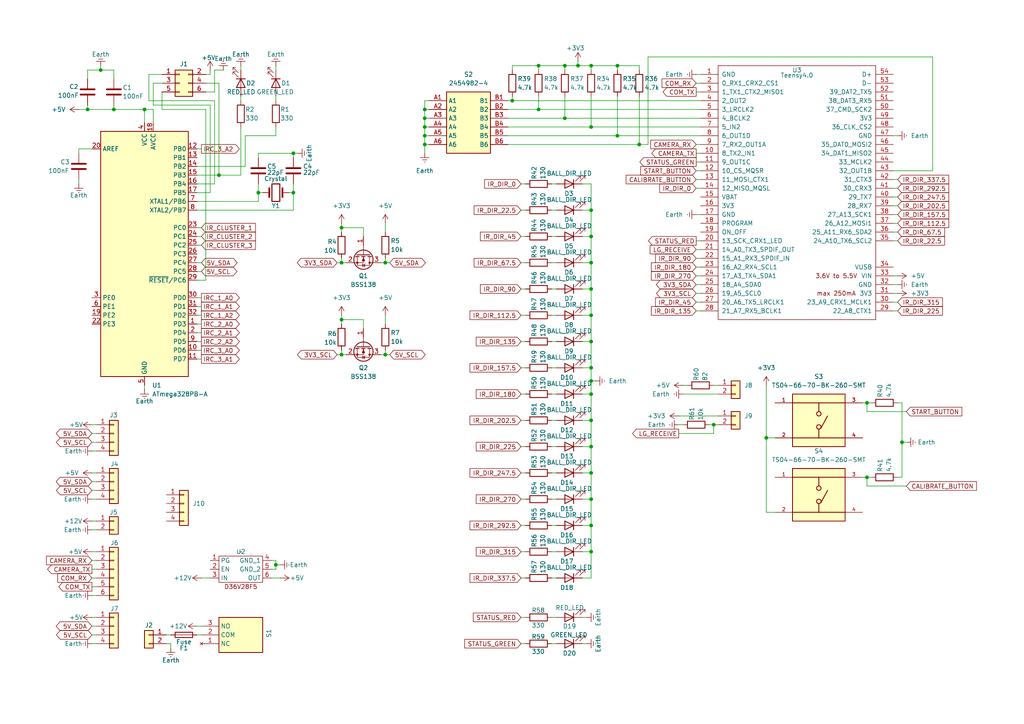
<source format=kicad_sch>
(kicad_sch (version 20231120) (generator "eeschema") (generator_version "8.0")
  (paper "A4")
  (junction (at 54.61 223.52))
  (junction (at 148.59 29.21))
  (junction (at 171.45 99.06))
  (junction (at 179.07 39.37))
  (junction (at 54.61 339.09))
  (junction (at 123.19 31.75))
  (junction (at 171.45 121.92))
  (junction (at 243.84 346.71))
  (junction (at 54.61 273.05))
  (junction (at 171.45 137.16))
  (junction (at 54.61 247.65))
  (junction (at 63.5 50.8))
  (junction (at 171.45 60.96))
  (junction (at 80.01 163.83))
  (junction (at 251.46 116.84))
  (junction (at 105.41 250.19))
  (junction (at 149.86 231.14))
  (junction (at 261.62 128.27))
  (junction (at 111.76 76.2))
  (junction (at 179.07 19.05))
  (junction (at 29.21 20.32))
  (junction (at 171.45 129.54))
  (junction (at 243.84 289.56))
  (junction (at 123.19 41.91))
  (junction (at 149.86 256.54))
  (junction (at 149.86 297.18))
  (junction (at 54.61 322.58))
  (junction (at 25.4 31.75))
  (junction (at 196.85 242.57))
  (junction (at 85.09 55.88))
  (junction (at 171.45 36.83))
  (junction (at 171.45 152.4))
  (junction (at 54.61 240.03))
  (junction (at 149.86 264.16))
  (junction (at 243.84 256.54))
  (junction (at 243.84 273.05))
  (junction (at 243.84 313.69))
  (junction (at 99.06 102.87))
  (junction (at 171.45 76.2))
  (junction (at 7.62 242.57))
  (junction (at 243.84 330.2))
  (junction (at 243.84 247.65))
  (junction (at 207.01 123.19))
  (junction (at 149.86 322.58))
  (junction (at 243.84 231.14))
  (junction (at 171.45 91.44))
  (junction (at 54.61 346.71))
  (junction (at 243.84 339.09))
  (junction (at 54.61 330.2))
  (junction (at 171.45 19.05))
  (junction (at 54.61 280.67))
  (junction (at 33.02 31.75))
  (junction (at 156.21 31.75))
  (junction (at 243.84 223.52))
  (junction (at 243.84 264.16))
  (junction (at 102.87 242.57))
  (junction (at 163.83 19.05))
  (junction (at 185.42 41.91))
  (junction (at 171.45 144.78))
  (junction (at 111.76 102.87))
  (junction (at 171.45 68.58))
  (junction (at 149.86 339.09))
  (junction (at 243.84 280.67))
  (junction (at 123.19 34.29))
  (junction (at 171.45 160.02))
  (junction (at 41.91 31.75))
  (junction (at 243.84 322.58))
  (junction (at 222.25 127))
  (junction (at 149.86 289.56))
  (junction (at 243.84 306.07))
  (junction (at 171.45 83.82))
  (junction (at 54.61 256.54))
  (junction (at 149.86 330.2))
  (junction (at 149.86 280.67))
  (junction (at 54.61 313.69))
  (junction (at 149.86 240.03))
  (junction (at 156.21 19.05))
  (junction (at 149.86 306.07))
  (junction (at 171.45 114.3))
  (junction (at 99.06 92.71))
  (junction (at 99.06 66.04))
  (junction (at 123.19 39.37))
  (junction (at 54.61 306.07))
  (junction (at 199.39 250.19))
  (junction (at 243.84 240.03))
  (junction (at 123.19 36.83))
  (junction (at 149.86 346.71))
  (junction (at 54.61 289.56))
  (junction (at 99.06 76.2))
  (junction (at 149.86 273.05))
  (junction (at 149.86 247.65))
  (junction (at 149.86 223.52))
  (junction (at 163.83 34.29))
  (junction (at 243.84 297.18))
  (junction (at 251.46 138.43))
  (junction (at 171.45 110.49))
  (junction (at 54.61 297.18))
  (junction (at 171.45 106.68))
  (junction (at 54.61 231.14))
  (junction (at 149.86 313.69))
  (junction (at 54.61 264.16))
  (junction (at 10.16 250.19))
  (junction (at 74.93 55.88))
  (junction (at 167.64 19.05))
  (junction (at 85.09 44.45))
  (wire (pts (xy 153.67 297.18) (xy 149.86 297.18)))
  (wire (pts (xy 80.01 27.94) (xy 80.01 29.21)))
  (wire (pts (xy 110.49 102.87) (xy 111.76 102.87)))
  (wire (pts (xy 171.45 27.94) (xy 171.45 36.83)))
  (wire (pts (xy 226.06 311.15) (xy 226.06 241.3)))
  (wire (pts (xy 243.84 250.19) (xy 248.92 250.19)))
  (wire (pts (xy 49.53 330.2) (xy 49.53 327.66)))
  (wire (pts (xy 151.13 53.34) (xy 152.4 53.34)))
  (wire (pts (xy 148.59 27.94) (xy 148.59 29.21)))
  (wire (pts (xy 134.62 278.13) (xy 144.78 278.13)))
  (wire (pts (xy 149.86 299.72) (xy 154.94 299.72)))
  (wire (pts (xy 133.35 294.64) (xy 144.78 294.64)))
  (wire (pts (xy 151.13 137.16) (xy 152.4 137.16)))
  (wire (pts (xy 168.91 76.2) (xy 171.45 76.2)))
  (wire (pts (xy 151.13 106.68) (xy 152.4 106.68)))
  (wire (pts (xy 171.45 91.44) (xy 171.45 83.82)))
  (wire (pts (xy 58.42 101.6) (xy 57.15 101.6)))
  (wire (pts (xy 38.1 238.76) (xy 34.29 238.76)))
  (wire (pts (xy 60.96 30.48) (xy 60.96 55.88)))
  (wire (pts (xy 243.84 349.25) (xy 248.92 349.25)))
  (wire (pts (xy 154.94 294.64) (xy 153.67 294.64)))
  (wire (pts (xy 259.08 80.01) (xy 260.35 80.01)))
  (wire (pts (xy 243.84 339.09) (xy 248.92 339.09)))
  (wire (pts (xy 123.19 44.45) (xy 123.19 41.91)))
  (wire (pts (xy 45.72 266.7) (xy 46.99 266.7)))
  (wire (pts (xy 54.61 349.25) (xy 59.69 349.25)))
  (wire (pts (xy 35.56 327.66) (xy 35.56 243.84)))
  (wire (pts (xy 45.72 233.68) (xy 46.99 233.68)))
  (wire (pts (xy 153.67 280.67) (xy 149.86 280.67)))
  (wire (pts (xy 41.91 245.11) (xy 41.91 231.14)))
  (wire (pts (xy 123.19 31.75) (xy 124.46 31.75)))
  (wire (pts (xy 227.33 294.64) (xy 227.33 238.76)))
  (wire (pts (xy 54.61 266.7) (xy 59.69 266.7)))
  (wire (pts (xy 58.42 228.6) (xy 58.42 231.14)))
  (wire (pts (xy 85.09 44.45) (xy 85.09 45.72)))
  (wire (pts (xy 39.37 236.22) (xy 34.29 236.22)))
  (wire (pts (xy 78.74 162.56) (xy 80.01 162.56)))
  (wire (pts (xy 10.16 246.38) (xy 11.43 246.38)))
  (wire (pts (xy 58.42 76.2) (xy 57.15 76.2)))
  (wire (pts (xy 45.72 332.74) (xy 46.99 332.74)))
  (wire (pts (xy 196.85 250.19) (xy 199.39 250.19)))
  (wire (pts (xy 149.86 264.16) (xy 144.78 264.16)))
  (wire (pts (xy 80.01 163.83) (xy 81.28 163.83)))
  (wire (pts (xy 45.72 283.21) (xy 46.99 283.21)))
  (wire (pts (xy 201.93 74.93) (xy 203.2 74.93)))
  (wire (pts (xy 247.65 231.14) (xy 243.84 231.14)))
  (wire (pts (xy 243.84 231.14) (xy 238.76 231.14)))
  (wire (pts (xy 123.19 39.37) (xy 124.46 39.37)))
  (wire (pts (xy 224.79 148.59) (xy 222.25 148.59)))
  (wire (pts (xy 54.61 250.19) (xy 59.69 250.19)))
  (wire (pts (xy 168.91 121.92) (xy 171.45 121.92)))
  (wire (pts (xy 228.6 236.22) (xy 223.52 236.22)))
  (wire (pts (xy 58.42 245.11) (xy 58.42 247.65)))
  (wire (pts (xy 187.96 41.91) (xy 187.96 16.51)))
  (wire (pts (xy 223.52 344.17) (xy 238.76 344.17)))
  (wire (pts (xy 153.67 294.64) (xy 153.67 297.18)))
  (wire (pts (xy 133.35 294.64) (xy 133.35 238.76)))
  (wire (pts (xy 149.86 322.58) (xy 154.94 322.58)))
  (wire (pts (xy 201.93 21.59) (xy 203.2 21.59)))
  (wire (pts (xy 147.32 39.37) (xy 179.07 39.37)))
  (wire (pts (xy 248.92 327.66) (xy 247.65 327.66)))
  (wire (pts (xy 195.58 242.57) (xy 196.85 242.57)))
  (wire (pts (xy 231.14 245.11) (xy 238.76 245.11)))
  (wire (pts (xy 151.13 68.58) (xy 152.4 68.58)))
  (wire (pts (xy 135.89 261.62) (xy 144.78 261.62)))
  (wire (pts (xy 171.45 144.78) (xy 171.45 137.16)))
  (wire (pts (xy 54.61 332.74) (xy 59.69 332.74)))
  (wire (pts (xy 259.08 62.23) (xy 260.35 62.23)))
  (wire (pts (xy 153.67 278.13) (xy 153.67 280.67)))
  (wire (pts (xy 171.45 68.58) (xy 171.45 60.96)))
  (wire (pts (xy 147.32 34.29) (xy 163.83 34.29)))
  (wire (pts (xy 54.61 313.69) (xy 49.53 313.69)))
  (wire (pts (xy 243.84 297.18) (xy 238.76 297.18)))
  (wire (pts (xy 78.74 165.1) (xy 80.01 165.1)))
  (wire (pts (xy 99.06 102.87) (xy 99.06 101.6)))
  (wire (pts (xy 10.16 246.38) (xy 10.16 250.19)))
  (wire (pts (xy 171.45 83.82) (xy 171.45 76.2)))
  (wire (pts (xy 234.95 223.52) (xy 243.84 223.52)))
  (wire (pts (xy 222.25 127) (xy 222.25 111.76)))
  (wire (pts (xy 148.59 29.21) (xy 203.2 29.21)))
  (wire (pts (xy 199.39 250.19) (xy 199.39 251.46)))
  (wire (pts (xy 78.74 167.64) (xy 81.28 167.64)))
  (wire (pts (xy 168.91 167.64) (xy 171.45 167.64)))
  (wire (pts (xy 85.09 44.45) (xy 74.93 44.45)))
  (wire (pts (xy 207.01 125.73) (xy 207.01 123.19)))
  (wire (pts (xy 140.97 273.05) (xy 149.86 273.05)))
  (wire (pts (xy 149.86 330.2) (xy 144.78 330.2)))
  (wire (pts (xy 105.41 250.19) (xy 105.41 251.46)))
  (wire (pts (xy 147.32 31.75) (xy 156.21 31.75)))
  (wire (pts (xy 49.53 187.96) (xy 49.53 186.69)))
  (wire (pts (xy 229.87 261.62) (xy 238.76 261.62)))
  (wire (pts (xy 41.91 111.76) (xy 41.91 113.03)))
  (wire (pts (xy 234.95 316.23) (xy 236.22 316.23)))
  (wire (pts (xy 149.86 346.71) (xy 144.78 346.71)))
  (wire (pts (xy 140.97 306.07) (xy 149.86 306.07)))
  (wire (pts (xy 248.92 261.62) (xy 247.65 261.62)))
  (wire (pts (xy 171.45 114.3) (xy 171.45 110.49)))
  (wire (pts (xy 105.41 246.38) (xy 105.41 250.19)))
  (wire (pts (xy 140.97 299.72) (xy 142.24 299.72)))
  (wire (pts (xy 179.07 39.37) (xy 203.2 39.37)))
  (wire (pts (xy 160.02 167.64) (xy 161.29 167.64)))
  (wire (pts (xy 160.02 114.3) (xy 161.29 114.3)))
  (wire (pts (xy 243.84 264.16) (xy 247.65 264.16)))
  (wire (pts (xy 207.01 111.76) (xy 208.28 111.76)))
  (wire (pts (xy 151.13 76.2) (xy 152.4 76.2)))
  (wire (pts (xy 185.42 19.05) (xy 179.07 19.05)))
  (wire (pts (xy 199.39 232.41) (xy 200.66 232.41)))
  (wire (pts (xy 54.61 280.67) (xy 58.42 280.67)))
  (wire (pts (xy 135.89 233.68) (xy 129.54 233.68)))
  (wire (pts (xy 161.29 186.69) (xy 160.02 186.69)))
  (wire (pts (xy 99.06 66.04) (xy 99.06 67.31)))
  (wire (pts (xy 247.65 278.13) (xy 247.65 280.67)))
  (wire (pts (xy 259.08 59.69) (xy 260.35 59.69)))
  (wire (pts (xy 171.45 121.92) (xy 171.45 114.3)))
  (wire (pts (xy 168.91 60.96) (xy 171.45 60.96)))
  (wire (pts (xy 49.53 297.18) (xy 49.53 294.64)))
  (wire (pts (xy 40.64 261.62) (xy 40.64 233.68)))
  (wire (pts (xy 238.76 346.71) (xy 238.76 344.17)))
  (wire (pts (xy 58.42 99.06) (xy 57.15 99.06)))
  (wire (pts (xy 59.69 344.17) (xy 58.42 344.17)))
  (wire (pts (xy 26.67 139.7) (xy 27.94 139.7)))
  (wire (pts (xy 26.67 153.67) (xy 27.94 153.67)))
  (wire (pts (xy 54.61 346.71) (xy 49.53 346.71)))
  (wire (pts (xy 140.97 233.68) (xy 142.24 233.68)))
  (wire (pts (xy 234.95 273.05) (xy 243.84 273.05)))
  (wire (pts (xy 163.83 34.29) (xy 203.2 34.29)))
  (wire (pts (xy 153.67 330.2) (xy 149.86 330.2)))
  (wire (pts (xy 54.61 313.69) (xy 58.42 313.69)))
  (wire (pts (xy 243.84 233.68) (xy 248.92 233.68)))
  (wire (pts (xy 151.13 114.3) (xy 152.4 114.3)))
  (wire (pts (xy 234.95 289.56) (xy 243.84 289.56)))
  (wire (pts (xy 57.15 53.34) (xy 62.23 53.34)))
  (wire (pts (xy 74.93 58.42) (xy 74.93 55.88)))
  (wire (pts (xy 58.42 78.74) (xy 57.15 78.74)))
  (wire (pts (xy 179.07 19.05) (xy 179.07 20.32)))
  (wire (pts (xy 45.72 273.05) (xy 54.61 273.05)))
  (wire (pts (xy 201.93 85.09) (xy 203.2 85.09)))
  (wire (pts (xy 201.93 72.39) (xy 203.2 72.39)))
  (wire (pts (xy 243.84 283.21) (xy 248.92 283.21)))
  (wire (pts (xy 129.54 344.17) (xy 144.78 344.17)))
  (wire (pts (xy 26.67 170.18) (xy 27.94 170.18)))
  (wire (pts (xy 234.95 283.21) (xy 236.22 283.21)))
  (wire (pts (xy 243.84 256.54) (xy 248.92 256.54)))
  (wire (pts (xy 144.78 280.67) (xy 144.78 278.13)))
  (wire (pts (xy 58.42 167.64) (xy 60.96 167.64)))
  (wire (pts (xy 238.76 231.14) (xy 238.76 228.6)))
  (wire (pts (xy 171.45 167.64) (xy 171.45 160.02)))
  (wire (pts (xy 243.84 247.65) (xy 238.76 247.65)))
  (wire (pts (xy 198.12 114.3) (xy 208.28 114.3)))
  (wire (pts (xy 111.76 91.44) (xy 111.76 93.98)))
  (wire (pts (xy 54.61 330.2) (xy 49.53 330.2)))
  (wire (pts (xy 62.23 53.34) (xy 62.23 29.21)))
  (wire (pts (xy 251.46 119.38) (xy 251.46 116.84)))
  (wire (pts (xy 238.76 313.69) (xy 238.76 311.15)))
  (wire (pts (xy 243.84 240.03) (xy 248.92 240.03)))
  (wire (pts (xy 171.45 137.16) (xy 171.45 129.54)))
  (wire (pts (xy 234.95 256.54) (xy 243.84 256.54)))
  (wire (pts (xy 151.13 179.07) (xy 152.4 179.07)))
  (wire (pts (xy 259.08 90.17) (xy 260.35 90.17)))
  (wire (pts (xy 35.56 243.84) (xy 34.29 243.84)))
  (wire (pts (xy 140.97 349.25) (xy 142.24 349.25)))
  (wire (pts (xy 201.93 82.55) (xy 203.2 82.55)))
  (wire (pts (xy 26.67 186.69) (xy 27.94 186.69)))
  (wire (pts (xy 201.93 49.53) (xy 203.2 49.53)))
  (wire (pts (xy 168.91 137.16) (xy 171.45 137.16)))
  (wire (pts (xy 26.67 151.13) (xy 27.94 151.13)))
  (wire (pts (xy 71.12 48.26) (xy 71.12 39.37)))
  (wire (pts (xy 57.15 71.12) (xy 58.42 71.12)))
  (wire (pts (xy 243.84 280.67) (xy 238.76 280.67)))
  (wire (pts (xy 54.61 280.67) (xy 49.53 280.67)))
  (wire (pts (xy 144.78 231.14) (xy 144.78 228.6)))
  (wire (pts (xy 44.45 24.13) (xy 46.99 24.13)))
  (wire (pts (xy 58.42 313.69) (xy 58.42 311.15)))
  (wire (pts (xy 54.61 231.14) (xy 58.42 231.14)))
  (wire (pts (xy 149.86 273.05) (xy 154.94 273.05)))
  (wire (pts (xy 171.45 110.49) (xy 172.72 110.49)))
  (wire (pts (xy 149.86 231.14) (xy 153.67 231.14)))
  (wire (pts (xy 10.16 234.95) (xy 11.43 234.95)))
  (wire (pts (xy 59.69 294.64) (xy 58.42 294.64)))
  (wire (pts (xy 49.53 346.71) (xy 49.53 344.17)))
  (wire (pts (xy 102.87 250.19) (xy 105.41 250.19)))
  (wire (pts (xy 63.5 24.13) (xy 63.5 50.8)))
  (wire (pts (xy 58.42 96.52) (xy 57.15 96.52)))
  (wire (pts (xy 234.95 322.58) (xy 243.84 322.58)))
  (wire (pts (xy 80.01 19.05) (xy 80.01 20.32)))
  (wire (pts (xy 129.54 228.6) (xy 144.78 228.6)))
  (wire (pts (xy 153.67 261.62) (xy 153.67 264.16)))
  (wire (pts (xy 49.53 280.67) (xy 49.53 278.13)))
  (wire (pts (xy 105.41 232.41) (xy 106.68 232.41)))
  (wire (pts (xy 34.29 344.17) (xy 49.53 344.17)))
  (wire (pts (xy 58.42 86.36) (xy 57.15 86.36)))
  (wire (pts (xy 80.01 39.37) (xy 80.01 36.83)))
  (wire (pts (xy 201.93 77.47) (xy 203.2 77.47)))
  (wire (pts (xy 171.45 60.96) (xy 171.45 53.34)))
  (wire (pts (xy 57.15 81.28) (xy 59.69 81.28)))
  (wire (pts (xy 222.25 148.59) (xy 222.25 127)))
  (wire (pts (xy 238.76 330.2) (xy 238.76 327.66)))
  (wire (pts (xy 57.15 181.61) (xy 58.42 181.61)))
  (wire (pts (xy 201.93 44.45) (xy 203.2 44.45)))
  (wire (pts (xy 144.78 247.65) (xy 144.78 245.11)))
  (wire (pts (xy 26.67 184.15) (xy 27.94 184.15)))
  (wire (pts (xy 170.18 186.69) (xy 168.91 186.69)))
  (wire (pts (xy 110.49 76.2) (xy 111.76 76.2)))
  (wire (pts (xy 85.09 55.88) (xy 85.09 53.34)))
  (wire (pts (xy 243.84 266.7) (xy 248.92 266.7)))
  (wire (pts (xy 156.21 31.75) (xy 203.2 31.75)))
  (wire (pts (xy 144.78 264.16) (xy 144.78 261.62)))
  (wire (pts (xy 156.21 27.94) (xy 156.21 31.75)))
  (wire (pts (xy 43.18 21.59) (xy 46.99 21.59)))
  (wire (pts (xy 140.97 289.56) (xy 149.86 289.56)))
  (wire (pts (xy 54.61 289.56) (xy 59.69 289.56)))
  (wire (pts (xy 153.67 344.17) (xy 153.67 346.71)))
  (wire (pts (xy 132.08 311.15) (xy 132.08 241.3)))
  (wire (pts (xy 58.42 264.16) (xy 58.42 261.62)))
  (wire (pts (xy 86.36 44.45) (xy 85.09 44.45)))
  (wire (pts (xy 243.84 264.16) (xy 238.76 264.16)))
  (wire (pts (xy 243.84 322.58) (xy 248.92 322.58)))
  (wire (pts (xy 26.67 123.19) (xy 27.94 123.19)))
  (wire (pts (xy 134.62 278.13) (xy 134.62 236.22)))
  (wire (pts (xy 58.42 43.18) (xy 57.15 43.18)))
  (wire (pts (xy 22.86 31.75) (xy 25.4 31.75)))
  (wire (pts (xy 149.86 349.25) (xy 154.94 349.25)))
  (wire (pts (xy 227.33 238.76) (xy 223.52 238.76)))
  (wire (pts (xy 62.23 20.32) (xy 64.77 20.32)))
  (wire (pts (xy 238.76 297.18) (xy 238.76 294.64)))
  (wire (pts (xy 45.72 316.23) (xy 46.99 316.23)))
  (wire (pts (xy 259.08 52.07) (xy 260.35 52.07)))
  (wire (pts (xy 149.86 233.68) (xy 154.94 233.68)))
  (wire (pts (xy 49.53 186.69) (xy 48.26 186.69)))
  (wire (pts (xy 26.67 130.81) (xy 27.94 130.81)))
  (wire (pts (xy 224.79 327.66) (xy 238.76 327.66)))
  (wire (pts (xy 45.72 322.58) (xy 54.61 322.58)))
  (wire (pts (xy 57.15 55.88) (xy 60.96 55.88)))
  (wire (pts (xy 99.06 92.71) (xy 99.06 93.98)))
  (wire (pts (xy 234.95 266.7) (xy 236.22 266.7)))
  (wire (pts (xy 45.72 339.09) (xy 54.61 339.09)))
  (wire (pts (xy 167.64 19.05) (xy 171.45 19.05)))
  (wire (pts (xy 7.62 242.57) (xy 11.43 242.57)))
  (wire (pts (xy 261.62 128.27) (xy 262.89 128.27)))
  (wire (pts (xy 196.85 226.06) (xy 196.85 242.57)))
  (wire (pts (xy 260.35 116.84) (xy 261.62 116.84)))
  (wire (pts (xy 105.41 234.95) (xy 106.68 234.95)))
  (wire (pts (xy 247.65 327.66) (xy 247.65 330.2)))
  (wire (pts (xy 201.93 41.91) (xy 203.2 41.91)))
  (wire (pts (xy 111.76 102.87) (xy 111.76 101.6)))
  (wire (pts (xy 243.84 346.71) (xy 238.76 346.71)))
  (wire (pts (xy 171.45 53.34) (xy 168.91 53.34)))
  (wire (pts (xy 54.61 231.14) (xy 49.53 231.14)))
  (wire (pts (xy 97.79 102.87) (xy 99.06 102.87)))
  (wire (pts (xy 153.67 247.65) (xy 149.86 247.65)))
  (wire (pts (xy 243.84 313.69) (xy 238.76 313.69)))
  (wire (pts (xy 201.93 62.23) (xy 203.2 62.23)))
  (wire (pts (xy 151.13 83.82) (xy 152.4 83.82)))
  (wire (pts (xy 259.08 57.15) (xy 260.35 57.15)))
  (wire (pts (xy 228.6 278.13) (xy 238.76 278.13)))
  (wire (pts (xy 58.42 88.9) (xy 57.15 88.9)))
  (wire (pts (xy 39.37 278.13) (xy 49.53 278.13)))
  (wire (pts (xy 140.97 339.09) (xy 149.86 339.09)))
  (wire (pts (xy 151.13 99.06) (xy 152.4 99.06)))
  (wire (pts (xy 201.93 69.85) (xy 203.2 69.85)))
  (wire (pts (xy 10.16 229.87) (xy 11.43 229.87)))
  (wire (pts (xy 163.83 27.94) (xy 163.83 34.29)))
  (wire (pts (xy 71.12 39.37) (xy 80.01 39.37)))
  (wire (pts (xy 74.93 44.45) (xy 74.93 45.72)))
  (wire (pts (xy 40.64 233.68) (xy 34.29 233.68)))
  (wire (pts (xy 102.87 226.06) (xy 106.68 226.06)))
  (wire (pts (xy 168.91 114.3) (xy 171.45 114.3)))
  (wire (pts (xy 33.02 31.75) (xy 41.91 31.75)))
  (wire (pts (xy 57.15 58.42) (xy 74.93 58.42)))
  (wire (pts (xy 26.67 144.78) (xy 27.94 144.78)))
  (wire (pts (xy 34.29 344.17) (xy 34.29 246.38)))
  (wire (pts (xy 151.13 144.78) (xy 152.4 144.78)))
  (wire (pts (xy 45.72 299.72) (xy 46.99 299.72)))
  (wire (pts (xy 251.46 116.84) (xy 252.73 116.84)))
  (wire (pts (xy 44.45 30.48) (xy 44.45 24.13)))
  (wire (pts (xy 149.86 247.65) (xy 144.78 247.65)))
  (wire (pts (xy 58.42 327.66) (xy 58.42 330.2)))
  (wire (pts (xy 160.02 144.78) (xy 161.29 144.78)))
  (wire (pts (xy 171.45 99.06) (xy 171.45 91.44)))
  (wire (pts (xy 160.02 160.02) (xy 161.29 160.02)))
  (wire (pts (xy 59.69 245.11) (xy 58.42 245.11)))
  (wire (pts (xy 153.67 327.66) (xy 153.67 330.2)))
  (wire (pts (xy 26.67 137.16) (xy 27.94 137.16)))
  (wire (pts (xy 33.02 20.32) (xy 33.02 22.86)))
  (wire (pts (xy 248.92 294.64) (xy 247.65 294.64)))
  (wire (pts (xy 171.45 129.54) (xy 171.45 121.92)))
  (wire (pts (xy 243.84 330.2) (xy 238.76 330.2)))
  (wire (pts (xy 46.99 26.67) (xy 46.99 31.75)))
  (wire (pts (xy 168.91 99.06) (xy 171.45 99.06)))
  (wire (pts (xy 160.02 99.06) (xy 161.29 99.06)))
  (wire (pts (xy 59.69 261.62) (xy 58.42 261.62)))
  (wire (pts (xy 243.84 280.67) (xy 247.65 280.67)))
  (wire (pts (xy 223.52 228.6) (xy 238.76 228.6)))
  (wire (pts (xy 149.86 313.69) (xy 153.67 313.69)))
  (wire (pts (xy 198.12 111.76) (xy 199.39 111.76)))
  (wire (pts (xy 171.45 76.2) (xy 171.45 68.58)))
  (wire (pts (xy 49.53 313.69) (xy 49.53 311.15)))
  (wire (pts (xy 123.19 31.75) (xy 123.19 34.29)))
  (wire (pts (xy 227.33 294.64) (xy 238.76 294.64)))
  (wire (pts (xy 201.93 80.01) (xy 203.2 80.01)))
  (wire (pts (xy 154.94 261.62) (xy 153.67 261.62)))
  (wire (pts (xy 196.85 120.65) (xy 208.28 120.65)))
  (wire (pts (xy 57.15 68.58) (xy 58.42 68.58)))
  (wire (pts (xy 163.83 19.05) (xy 167.64 19.05)))
  (wire (pts (xy 44.45 35.56) (xy 44.45 31.75)))
  (wire (pts (xy 247.65 311.15) (xy 247.65 313.69)))
  (wire (pts (xy 168.91 129.54) (xy 171.45 129.54)))
  (wire (pts (xy 22.86 43.18) (xy 26.67 43.18)))
  (wire (pts (xy 58.42 330.2) (xy 54.61 330.2)))
  (wire (pts (xy 137.16 231.14) (xy 129.54 231.14)))
  (wire (pts (xy 105.41 68.58) (xy 105.41 66.04)))
  (wire (pts (xy 201.93 54.61) (xy 203.2 54.61)))
  (wire (pts (xy 54.61 346.71) (xy 58.42 346.71)))
  (wire (pts (xy 171.45 110.49) (xy 171.45 106.68)))
  (wire (pts (xy 199.39 250.19) (xy 200.66 250.19)))
  (wire (pts (xy 46.99 31.75) (xy 59.69 31.75)))
  (wire (pts (xy 243.84 223.52) (xy 248.92 223.52)))
  (wire (pts (xy 160.02 53.34) (xy 161.29 53.34)))
  (wire (pts (xy 105.41 238.76) (xy 106.68 238.76)))
  (wire (pts (xy 234.95 332.74) (xy 236.22 332.74)))
  (wire (pts (xy 26.67 181.61) (xy 27.94 181.61)))
  (wire (pts (xy 99.06 91.44) (xy 99.06 92.71)))
  (wire (pts (xy 48.26 184.15) (xy 49.53 184.15)))
  (wire (pts (xy 140.97 250.19) (xy 142.24 250.19)))
  (wire (pts (xy 171.45 19.05) (xy 171.45 20.32)))
  (wire (pts (xy 238.76 247.65) (xy 238.76 245.11)))
  (wire (pts (xy 248.92 228.6) (xy 247.65 228.6)))
  (wire (pts (xy 29.21 20.32) (xy 33.02 20.32)))
  (wire (pts (xy 140.97 332.74) (xy 142.24 332.74)))
  (wire (pts (xy 62.23 29.21) (xy 43.18 29.21)))
  (wire (pts (xy 160.02 106.68) (xy 161.29 106.68)))
  (wire (pts (xy 7.62 250.19) (xy 10.16 250.19)))
  (wire (pts (xy 250.19 116.84) (xy 251.46 116.84)))
  (wire (pts (xy 59.69 228.6) (xy 58.42 228.6)))
  (wire (pts (xy 205.74 123.19) (xy 207.01 123.19)))
  (wire (pts (xy 135.89 261.62) (xy 135.89 233.68)))
  (wire (pts (xy 247.65 344.17) (xy 247.65 346.71)))
  (wire (pts (xy 54.61 297.18) (xy 58.42 297.18)))
  (wire (pts (xy 168.91 106.68) (xy 171.45 106.68)))
  (wire (pts (xy 261.62 128.27) (xy 261.62 138.43)))
  (wire (pts (xy 38.1 294.64) (xy 49.53 294.64)))
  (wire (pts (xy 57.15 50.8) (xy 63.5 50.8)))
  (wire (pts (xy 151.13 91.44) (xy 152.4 91.44)))
  (wire (pts (xy 243.84 316.23) (xy 248.92 316.23)))
  (wire (pts (xy 57.15 48.26) (xy 71.12 48.26)))
  (wire (pts (xy 97.79 76.2) (xy 99.06 76.2)))
  (wire (pts (xy 6.35 242.57) (xy 7.62 242.57)))
  (wire (pts (xy 226.06 311.15) (xy 238.76 311.15)))
  (wire (pts (xy 201.93 90.17) (xy 203.2 90.17)))
  (wire (pts (xy 43.18 29.21) (xy 43.18 21.59)))
  (wire (pts (xy 99.06 76.2) (xy 99.06 74.93)))
  (wire (pts (xy 54.61 247.65) (xy 58.42 247.65)))
  (wire (pts (xy 151.13 160.02) (xy 152.4 160.02)))
  (wire (pts (xy 234.95 233.68) (xy 236.22 233.68)))
  (wire (pts (xy 147.32 29.21) (xy 148.59 29.21)))
  (wire (pts (xy 105.41 246.38) (xy 106.68 246.38)))
  (wire (pts (xy 144.78 297.18) (xy 144.78 294.64)))
  (wire (pts (xy 247.65 228.6) (xy 247.65 231.14)))
  (wire (pts (xy 248.92 278.13) (xy 247.65 278.13)))
  (wire (pts (xy 140.97 256.54) (xy 149.86 256.54)))
  (wire (pts (xy 58.42 344.17) (xy 58.42 346.71)))
  (wire (pts (xy 140.97 240.03) (xy 149.86 240.03)))
  (wire (pts (xy 100.33 76.2) (xy 99.06 76.2)))
  (wire (pts (xy 229.87 261.62) (xy 229.87 233.68)))
  (wire (pts (xy 105.41 95.25) (xy 105.41 92.71)))
  (wire (pts (xy 201.93 52.07) (xy 203.2 52.07)))
  (wire (pts (xy 26.67 125.73) (xy 27.94 125.73)))
  (wire (pts (xy 153.67 245.11) (xy 153.67 247.65)))
  (wire (pts (xy 41.91 35.56) (xy 41.91 31.75)))
  (wire (pts (xy 168.91 152.4) (xy 171.45 152.4)))
  (wire (pts (xy 238.76 280.67) (xy 238.76 278.13)))
  (wire (pts (xy 224.79 127) (xy 222.25 127)))
  (wire (pts (xy 185.42 41.91) (xy 187.96 41.91)))
  (wire (pts (xy 196.85 242.57) (xy 200.66 242.57)))
  (wire (pts (xy 41.91 231.14) (xy 34.29 231.14)))
  (wire (pts (xy 149.86 266.7) (xy 154.94 266.7)))
  (wire (pts (xy 234.95 349.25) (xy 236.22 349.25)))
  (wire (pts (xy 154.94 327.66) (xy 153.67 327.66)))
  (wire (pts (xy 45.72 250.19) (xy 46.99 250.19)))
  (wire (pts (xy 161.29 179.07) (xy 160.02 179.07)))
  (wire (pts (xy 168.91 91.44) (xy 171.45 91.44)))
  (wire (pts (xy 156.21 19.05) (xy 156.21 20.32)))
  (wire (pts (xy 200.66 226.06) (xy 196.85 226.06)))
  (wire (pts (xy 234.95 240.03) (xy 243.84 240.03)))
  (wire (pts (xy 153.67 231.14) (xy 153.67 228.6)))
  (wire (pts (xy 35.56 327.66) (xy 49.53 327.66)))
  (wire (pts (xy 59.69 24.13) (xy 63.5 24.13)))
  (wire (pts (xy 250.19 138.43) (xy 251.46 138.43)))
  (wire (pts (xy 238.76 264.16) (xy 238.76 261.62)))
  (wire (pts (xy 147.32 36.83) (xy 171.45 36.83)))
  (wire (pts (xy 34.29 228.6) (xy 49.53 228.6)))
  (wire (pts (xy 270.51 49.53) (xy 259.08 49.53)))
  (wire (pts (xy 229.87 233.68) (xy 223.52 233.68)))
  (wire (pts (xy 231.14 231.14) (xy 223.52 231.14)))
  (wire (pts (xy 54.61 256.54) (xy 59.69 256.54)))
  (wire (pts (xy 259.08 64.77) (xy 260.35 64.77)))
  (wire (pts (xy 248.92 344.17) (xy 247.65 344.17)))
  (wire (pts (xy 151.13 167.64) (xy 152.4 167.64)))
  (wire (pts (xy 80.01 162.56) (xy 80.01 163.83)))
  (wire (pts (xy 105.41 229.87) (xy 106.68 229.87)))
  (wire (pts (xy 151.13 129.54) (xy 152.4 129.54)))
  (wire (pts (xy 49.53 231.14) (xy 49.53 228.6)))
  (wire (pts (xy 199.39 229.87) (xy 200.66 229.87)))
  (wire (pts (xy 74.93 55.88) (xy 74.93 53.34)))
  (wire (pts (xy 168.91 144.78) (xy 171.45 144.78)))
  (wire (pts (xy 54.61 297.18) (xy 49.53 297.18)))
  (wire (pts (xy 234.95 250.19) (xy 236.22 250.19)))
  (wire (pts (xy 259.08 82.55) (xy 260.35 82.55)))
  (wire (pts (xy 60.96 21.59) (xy 60.96 20.32)))
  (wire (pts (xy 201.93 46.99) (xy 203.2 46.99)))
  (wire (pts (xy 262.89 119.38) (xy 251.46 119.38)))
  (wire (pts (xy 149.86 332.74) (xy 154.94 332.74)))
  (wire (pts (xy 199.39 246.38) (xy 199.39 250.19)))
  (wire (pts (xy 140.97 223.52) (xy 149.86 223.52)))
  (wire (pts (xy 85.09 60.96) (xy 85.09 55.88)))
  (wire (pts (xy 171.45 160.02) (xy 171.45 152.4)))
  (wire (pts (xy 247.65 346.71) (xy 243.84 346.71)))
  (wire (pts (xy 259.08 69.85) (xy 260.35 69.85)))
  (wire (pts (xy 45.72 306.07) (xy 54.61 306.07)))
  (wire (pts (xy 243.84 306.07) (xy 248.92 306.07)))
  (wire (pts (xy 224.79 327.66) (xy 224.79 243.84)))
  (wire (pts (xy 58.42 294.64) (xy 58.42 297.18)))
  (wire (pts (xy 62.23 20.32) (xy 62.23 26.67)))
  (wire (pts (xy 185.42 41.91) (xy 185.42 27.94)))
  (wire (pts (xy 199.39 234.95) (xy 200.66 234.95)))
  (wire (pts (xy 168.91 160.02) (xy 171.45 160.02)))
  (wire (pts (xy 243.84 332.74) (xy 248.92 332.74)))
  (wire (pts (xy 59.69 278.13) (xy 58.42 278.13)))
  (wire (pts (xy 134.62 236.22) (xy 129.54 236.22)))
  (wire (pts (xy 26.67 162.56) (xy 27.94 162.56)))
  (wire (pts (xy 144.78 330.2) (xy 144.78 327.66)))
  (wire (pts (xy 234.95 306.07) (xy 243.84 306.07)))
  (wire (pts (xy 154.94 278.13) (xy 153.67 278.13)))
  (wire (pts (xy 149.86 231.14) (xy 144.78 231.14)))
  (wire (pts (xy 170.18 179.07) (xy 168.91 179.07)))
  (wire (pts (xy 149.86 240.03) (xy 154.94 240.03)))
  (wire (pts (xy 168.91 83.82) (xy 171.45 83.82)))
  (wire (pts (xy 168.91 68.58) (xy 171.45 68.58)))
  (wire (pts (xy 59.69 31.75) (xy 59.69 81.28)))
  (wire (pts (xy 41.91 245.11) (xy 49.53 245.11)))
  (wire (pts (xy 247.65 261.62) (xy 247.65 264.16)))
  (wire (pts (xy 149.86 306.07) (xy 154.94 306.07)))
  (wire (pts (xy 25.4 31.75) (xy 33.02 31.75)))
  (wire (pts (xy 160.02 152.4) (xy 161.29 152.4)))
  (wire (pts (xy 36.83 311.15) (xy 36.83 241.3)))
  (wire (pts (xy 163.83 19.05) (xy 163.83 20.32)))
  (wire (pts (xy 10.16 232.41) (xy 11.43 232.41)))
  (wire (pts (xy 247.65 245.11) (xy 247.65 247.65)))
  (wire (pts (xy 60.96 30.48) (xy 44.45 30.48)))
  (wire (pts (xy 137.16 245.11) (xy 144.78 245.11)))
  (wire (pts (xy 231.14 245.11) (xy 231.14 231.14)))
  (wire (pts (xy 22.86 52.07) (xy 22.86 53.34)))
  (wire (pts (xy 149.86 280.67) (xy 144.78 280.67)))
  (wire (pts (xy 226.06 241.3) (xy 223.52 241.3)))
  (wire (pts (xy 22.86 43.18) (xy 22.86 44.45)))
  (wire (pts (xy 45.72 256.54) (xy 54.61 256.54)))
  (wire (pts (xy 26.67 172.72) (xy 27.94 172.72)))
  (wire (pts (xy 25.4 31.75) (xy 25.4 30.48)))
  (wire (pts (xy 69.85 19.05) (xy 69.85 20.32)))
  (wire (pts (xy 105.41 250.19) (xy 106.68 250.19)))
  (wire (pts (xy 54.61 223.52) (xy 59.69 223.52)))
  (wire (pts (xy 57.15 60.96) (xy 85.09 60.96)))
  (wire (pts (xy 148.59 20.32) (xy 148.59 19.05)))
  (wire (pts (xy 54.61 283.21) (xy 59.69 283.21)))
  (wire (pts (xy 260.35 138.43) (xy 261.62 138.43)))
  (wire (pts (xy 149.86 283.21) (xy 154.94 283.21)))
  (wire (pts (xy 38.1 294.64) (xy 38.1 238.76)))
  (wire (pts (xy 26.67 160.02) (xy 27.94 160.02)))
  (wire (pts (xy 243.84 299.72) (xy 248.92 299.72)))
  (wire (pts (xy 149.86 297.18) (xy 144.78 297.18)))
  (wire (pts (xy 69.85 27.94) (xy 69.85 29.21)))
  (wire (pts (xy 149.86 313.69) (xy 144.78 313.69)))
  (wire (pts (xy 105.41 66.04) (xy 99.06 66.04)))
  (wire (pts (xy 40.64 261.62) (xy 49.53 261.62)))
  (wire (pts (xy 185.42 20.32) (xy 185.42 19.05)))
  (wire (pts (xy 154.94 344.17) (xy 153.67 344.17)))
  (wire (pts (xy 57.15 66.04) (xy 58.42 66.04)))
  (wire (pts (xy 243.84 289.56) (xy 248.92 289.56)))
  (wire (pts (xy 151.13 121.92) (xy 152.4 121.92)))
  (wire (pts (xy 130.81 327.66) (xy 130.81 243.84)))
  (wire (pts (xy 62.23 26.67) (xy 59.69 26.67)))
  (wire (pts (xy 149.86 289.56) (xy 154.94 289.56)))
  (wire (pts (xy 144.78 313.69) (xy 144.78 311.15)))
  (wire (pts (xy 160.02 83.82) (xy 161.29 83.82)))
  (wire (pts (xy 26.67 179.07) (xy 27.94 179.07)))
  (wire (pts (xy 45.72 289.56) (xy 54.61 289.56)))
  (wire (pts (xy 59.69 327.66) (xy 58.42 327.66)))
  (wire (pts (xy 76.2 55.88) (xy 74.93 55.88)))
  (wire (pts (xy 179.07 27.94) (xy 179.07 39.37)))
  (wire (pts (xy 36.83 241.3) (xy 34.29 241.3)))
  (wire (pts (xy 234.95 339.09) (xy 243.84 339.09)))
  (wire (pts (xy 60.96 21.59) (xy 59.69 21.59)))
  (wire (pts (xy 123.19 36.83) (xy 123.19 39.37)))
  (wire (pts (xy 248.92 245.11) (xy 247.65 245.11)))
  (wire (pts (xy 156.21 19.05) (xy 163.83 19.05)))
  (wire (pts (xy 160.02 76.2) (xy 161.29 76.2)))
  (wire (pts (xy 153.67 311.15) (xy 153.67 313.69)))
  (wire (pts (xy 247.65 294.64) (xy 247.65 297.18)))
  (wire (pts (xy 243.84 247.65) (xy 247.65 247.65)))
  (wire (pts (xy 26.67 167.64) (xy 27.94 167.64)))
  (wire (pts (xy 26.67 165.1) (xy 27.94 165.1)))
  (wire (pts (xy 132.08 241.3) (xy 129.54 241.3)))
  (wire (pts (xy 160.02 137.16) (xy 161.29 137.16)))
  (wire (pts (xy 59.69 311.15) (xy 58.42 311.15)))
  (wire (pts (xy 45.72 349.25) (xy 46.99 349.25)))
  (wire (pts (xy 151.13 60.96) (xy 152.4 60.96)))
  (wire (pts (xy 199.39 238.76) (xy 200.66 238.76)))
  (wire (pts (xy 130.81 327.66) (xy 144.78 327.66)))
  (wire (pts (xy 149.86 264.16) (xy 153.67 264.16)))
  (wire (pts (xy 39.37 278.13) (xy 39.37 236.22)))
  (wire (pts (xy 160.02 121.92) (xy 161.29 121.92)))
  (wire (pts (xy 85.09 55.88) (xy 83.82 55.88)))
  (wire (pts (xy 57.15 184.15) (xy 58.42 184.15)))
  (wire (pts (xy 262.89 140.97) (xy 251.46 140.97)))
  (wire (pts (xy 123.19 34.29) (xy 123.19 36.83)))
  (wire (pts (xy 228.6 278.13) (xy 228.6 236.22)))
  (wire (pts (xy 259.08 54.61) (xy 260.35 54.61)))
  (wire (pts (xy 201.93 26.67) (xy 203.2 26.67)))
  (wire (pts (xy 140.97 283.21) (xy 142.24 283.21)))
  (wire (pts (xy 54.61 316.23) (xy 59.69 316.23)))
  (wire (pts (xy 251.46 138.43) (xy 252.73 138.43)))
  (wire (pts (xy 149.86 223.52) (xy 154.94 223.52)))
  (wire (pts (xy 105.41 92.71) (xy 99.06 92.71)))
  (wire (pts (xy 44.45 31.75) (xy 41.91 31.75)))
  (wire (pts (xy 201.93 24.13) (xy 203.2 24.13)))
  (wire (pts (xy 124.46 29.21) (xy 123.19 29.21)))
  (wire (pts (xy 137.16 245.11) (xy 137.16 231.14)))
  (wire (pts (xy 7.62 226.06) (xy 7.62 242.57)))
  (wire (pts (xy 10.16 238.76) (xy 11.43 238.76)))
  (wire (pts (xy 171.45 106.68) (xy 171.45 99.06)))
  (wire (pts (xy 54.61 273.05) (xy 59.69 273.05)))
  (wire (pts (xy 29.21 19.05) (xy 29.21 20.32)))
  (wire (pts (xy 54.61 264.16) (xy 49.53 264.16)))
  (wire (pts (xy 149.86 316.23) (xy 154.94 316.23)))
  (wire (pts (xy 149.86 339.09) (xy 154.94 339.09)))
  (wire (pts (xy 167.64 19.05) (xy 167.64 17.78)))
  (wire (pts (xy 243.84 273.05) (xy 248.92 273.05)))
  (wire (pts (xy 132.08 311.15) (xy 144.78 311.15)))
  (wire (pts (xy 196.85 125.73) (xy 207.01 125.73)))
  (wire (pts (xy 261.62 116.84) (xy 261.62 128.27)))
  (wire (pts (xy 140.97 316.23) (xy 142.24 316.23)))
  (wire (pts (xy 123.19 29.21) (xy 123.19 31.75)))
  (wire (pts (xy 243.84 313.69) (xy 247.65 313.69)))
  (wire (pts (xy 58.42 280.67) (xy 58.42 278.13)))
  (wire (pts (xy 25.4 22.86) (xy 25.4 20.32)))
  (wire (pts (xy 234.95 299.72) (xy 236.22 299.72)))
  (wire (pts (xy 58.42 91.44) (xy 57.15 91.44)))
  (wire (pts (xy 171.45 152.4) (xy 171.45 144.78)))
  (wire (pts (xy 151.13 152.4) (xy 152.4 152.4)))
  (wire (pts (xy 147.32 41.91) (xy 185.42 41.91)))
  (wire (pts (xy 54.61 240.03) (xy 59.69 240.03)))
  (wire (pts (xy 160.02 91.44) (xy 161.29 91.44)))
  (wire (pts (xy 111.76 64.77) (xy 111.76 67.31)))
  (wire (pts (xy 148.59 19.05) (xy 156.21 19.05)))
  (wire (pts (xy 171.45 19.05) (xy 179.07 19.05)))
  (wire (pts (xy 54.61 299.72) (xy 59.69 299.72)))
  (wire (pts (xy 196.85 123.19) (xy 198.12 123.19)))
  (wire (pts (xy 151.13 186.69) (xy 152.4 186.69)))
  (wire (pts (xy 144.78 346.71) (xy 144.78 344.17)))
  (wire (pts (xy 123.19 34.29) (xy 124.46 34.29)))
  (wire (pts (xy 154.94 245.11) (xy 153.67 245.11)))
  (wire (pts (xy 154.94 311.15) (xy 153.67 311.15)))
  (wire (pts (xy 26.67 128.27) (xy 27.94 128.27)))
  (wire (pts (xy 11.43 226.06) (xy 7.62 226.06)))
  (wire (pts (xy 63.5 50.8) (xy 69.85 50.8)))
  (wire (pts (xy 123.19 41.91) (xy 124.46 41.91)))
  (wire (pts (xy 207.01 123.19) (xy 208.28 123.19)))
  (wire (pts (xy 36.83 311.15) (xy 49.53 311.15)))
  (wire (pts (xy 45.72 223.52) (xy 54.61 223.52)))
  (wire (pts (xy 111.76 102.87) (xy 113.03 102.87)))
  (wire (pts (xy 129.54 344.17) (xy 129.54 246.38)))
  (wire (pts (xy 248.92 311.15) (xy 247.65 311.15)))
  (wire (pts (xy 171.45 36.83) (xy 203.2 36.83)))
  (wire (pts (xy 259.08 67.31) (xy 260.35 67.31)))
  (wire (pts (xy 140.97 322.58) (xy 149.86 322.58)))
  (wire (pts (xy 54.61 247.65) (xy 49.53 247.65)))
  (wire (pts (xy 54.61 264.16) (xy 58.42 264.16)))
  (wire (pts (xy 243.84 297.18) (xy 247.65 297.18)))
  (wire (pts (xy 101.6 242.57) (xy 102.87 242.57)))
  (wire (pts (xy 33.02 30.48) (xy 33.02 31.75)))
  (wire (pts (xy 187.96 16.51) (xy 270.51 16.51)))
  (wire (pts (xy 154.94 228.6) (xy 153.67 228.6)))
  (wire (pts (xy 259.08 39.37) (xy 260.35 39.37)))
  (wire (pts (xy 111.76 76.2) (xy 113.03 76.2)))
  (wire (pts (xy 223.52 344.17) (xy 223.52 246.38)))
  (wire (pts (xy 111.76 76.2) (xy 111.76 74.93)))
  (wire (pts (xy 199.39 246.38) (xy 200.66 246.38)))
  (wire (pts (xy 99.06 64.77) (xy 99.06 66.04)))
  (wire (pts (xy 58.42 104.14) (xy 57.15 104.14)))
  (wire (pts (xy 224.79 243.84) (xy 223.52 243.84)))
  (wire (pts (xy 160.02 68.58) (xy 161.29 68.58)))
  (wire (pts (xy 270.51 16.51) (xy 270.51 49.53)))
  (wire (pts (xy 140.97 266.7) (xy 142.24 266.7)))
  (wire (pts (xy 54.61 306.07) (xy 59.69 306.07)))
  (wire (pts (xy 25.4 20.32) (xy 29.21 20.32)))
  (wire (pts (xy 259.08 85.09) (xy 260.35 85.09)))
  (wire (pts (xy 100.33 102.87) (xy 99.06 102.87)))
  (wire (pts (xy 54.61 339.09) (xy 59.69 339.09)))
  (wire (pts (xy 54.61 233.68) (xy 59.69 233.68)))
  (wire (pts (xy 160.02 60.96) (xy 161.29 60.96)))
  (wire (pts (xy 149.86 256.54) (xy 154.94 256.54)))
  (wire (pts (xy 26.67 142.24) (xy 27.94 142.24)))
  (wire (pts (xy 123.19 39.37) (xy 123.19 41.91)))
  (wire (pts (xy 69.85 50.8) (xy 69.85 36.83)))
  (wire (pts (xy 251.46 140.97) (xy 251.46 138.43)))
  (wire (pts (xy 201.93 87.63) (xy 203.2 87.63)))
  (wire (pts (xy 133.35 238.76) (xy 129.54 238.76)))
  (wire (pts (xy 49.53 264.16) (xy 49.53 261.62)))
  (wire (pts (xy 10.16 250.19) (xy 11.43 250.19)))
  (wire (pts (xy 259.08 87.63) (xy 260.35 87.63)))
  (wire (pts (xy 160.02 129.54) (xy 161.29 129.54)))
  (wire (pts (xy 49.53 247.65) (xy 49.53 245.11)))
  (wire (pts (xy 149.86 250.19) (xy 154.94 250.19)))
  (wire (pts (xy 130.81 243.84) (xy 129.54 243.84)))
  (wire (pts (xy 102.87 242.57) (xy 106.68 242.57)))
  (wire (pts (xy 149.86 346.71) (xy 153.67 346.71)))
  (wire (pts (xy 10.16 250.19) (xy 10.16 251.46)))
  (wire (pts (xy 243.84 330.2) (xy 247.65 330.2)))
  (wire (pts (xy 54.61 322.58) (xy 59.69 322.58)))
  (wire (pts (xy 123.19 36.83) (xy 124.46 36.83)))
  (wire (pts (xy 45.72 240.03) (xy 54.61 240.03)))
  (wire (pts (xy 58.42 93.98) (xy 57.15 93.98)))
  (wire (pts (xy 80.01 165.1) (xy 80.01 163.83)))
  (wire (pts (xy 102.87 226.06) (xy 102.87 242.57)))
  (global_label "IR_DIR_112.5" (shape input) (at 151.13 91.44 180) (property "Intersheetrefs" "${INTERSHEET_REFS}" (effects (hide yes))))
  (global_label "IR_DIR_45" (shape input) (at 151.13 68.58 180) (property "Intersheetrefs" "${INTERSHEET_REFS}" (effects (hide yes))))
  (global_label "LG_RECEIVE" (shape output) (at 196.85 125.73 180) (property "Intersheetrefs" "${INTERSHEET_REFS}" (effects (hide yes))))
  (global_label "COM_TX" (shape output) (at 26.67 170.18 180) (property "Intersheetrefs" "${INTERSHEET_REFS}" (effects (hide yes))))
  (global_label "5V_SCL" (shape bidirectional) (at 26.67 184.15 180) (property "Intersheetrefs" "${INTERSHEET_REFS}" (effects (hide yes))))
  (global_label "IR_DIR_225" (shape input) (at 260.35 90.17 0) (property "Intersheetrefs" "${INTERSHEET_REFS}" (effects (hide yes))))
  (global_label "IR_DIR_247.5" (shape input) (at 260.35 57.15 0) (property "Intersheetrefs" "${INTERSHEET_REFS}" (effects (hide yes))))
  (global_label "IR_DIR_202.5" (shape input) (at 260.35 59.69 0) (property "Intersheetrefs" "${INTERSHEET_REFS}" (effects (hide yes))))
  (global_label "3V3_SDA" (shape bidirectional) (at 97.79 76.2 180) (property "Intersheetrefs" "${INTERSHEET_REFS}" (effects (hide yes))))
  (global_label "IRC_3_A2" (shape output) (at 58.42 43.18 0) (property "Intersheetrefs" "${INTERSHEET_REFS}" (effects (hide yes))))
  (global_label "IRC_1_A0" (shape input) (at 10.16 229.87 180) (property "Intersheetrefs" "${INTERSHEET_REFS}" (effects (hide yes))))
  (global_label "IR_DIR_337.5" (shape input) (at 260.35 52.07 0) (property "Intersheetrefs" "${INTERSHEET_REFS}" (effects (hide yes))))
  (global_label "IR_DIR_225" (shape input) (at 151.13 129.54 180) (property "Intersheetrefs" "${INTERSHEET_REFS}" (effects (hide yes))))
  (global_label "IR_DIR_135" (shape input) (at 201.93 90.17 180) (property "Intersheetrefs" "${INTERSHEET_REFS}" (effects (hide yes))))
  (global_label "5V_SDA" (shape bidirectional) (at 113.03 76.2 0) (property "Intersheetrefs" "${INTERSHEET_REFS}" (effects (hide yes))))
  (global_label "IRC_3_A0" (shape input) (at 199.39 229.87 180) (property "Intersheetrefs" "${INTERSHEET_REFS}" (effects (hide yes))))
  (global_label "IR_DIR_157.5" (shape input) (at 260.35 62.23 0) (property "Intersheetrefs" "${INTERSHEET_REFS}" (effects (hide yes))))
  (global_label "IR_DIR_157.5" (shape input) (at 151.13 106.68 180) (property "Intersheetrefs" "${INTERSHEET_REFS}" (effects (hide yes))))
  (global_label "3V3_SDA" (shape bidirectional) (at 201.93 82.55 180) (property "Intersheetrefs" "${INTERSHEET_REFS}" (effects (hide yes))))
  (global_label "STATUS_RED" (shape output) (at 201.93 69.85 180) (property "Intersheetrefs" "${INTERSHEET_REFS}" (effects (hide yes))))
  (global_label "IR_DIR_292.5" (shape input) (at 260.35 54.61 0) (property "Intersheetrefs" "${INTERSHEET_REFS}" (effects (hide yes))))
  (global_label "IR_DIR_67.5" (shape input) (at 260.35 67.31 0) (property "Intersheetrefs" "${INTERSHEET_REFS}" (effects (hide yes))))
  (global_label "5V_SCL" (shape bidirectional) (at 58.42 78.74 0) (property "Intersheetrefs" "${INTERSHEET_REFS}" (effects (hide yes))))
  (global_label "IR_CLUSTER_2" (shape input) (at 105.41 238.76 180) (property "Intersheetrefs" "${INTERSHEET_REFS}" (effects (hide yes))))
  (global_label "COM_RX" (shape input) (at 201.93 24.13 180) (property "Intersheetrefs" "${INTERSHEET_REFS}" (effects (hide yes))))
  (global_label "CAMERA_RX" (shape input) (at 26.67 162.56 180) (property "Intersheetrefs" "${INTERSHEET_REFS}" (effects (hide yes))))
  (global_label "IRC_1_A2" (shape input) (at 10.16 234.95 180) (property "Intersheetrefs" "${INTERSHEET_REFS}" (effects (hide yes))))
  (global_label "CALIBRATE_BUTTON" (shape input) (at 201.93 52.07 180) (property "Intersheetrefs" "${INTERSHEET_REFS}" (effects (hide yes))))
  (global_label "IR_DIR_135" (shape input) (at 151.13 99.06 180) (property "Intersheetrefs" "${INTERSHEET_REFS}" (effects (hide yes))))
  (global_label "5V_SDA" (shape bidirectional) (at 26.67 181.61 180) (property "Intersheetrefs" "${INTERSHEET_REFS}" (effects (hide yes))))
  (global_label "IR_CLUSTER_3" (shape input) (at 58.42 71.12 0) (property "Intersheetrefs" "${INTERSHEET_REFS}" (effects (hide yes))))
  (global_label "IRC_3_A2" (shape input) (at 199.39 234.95 180) (property "Intersheetrefs" "${INTERSHEET_REFS}" (effects (hide yes))))
  (global_label "IR_DIR_112.5" (shape input) (at 260.35 64.77 0) (property "Intersheetrefs" "${INTERSHEET_REFS}" (effects (hide yes))))
  (global_label "COM_TX" (shape output) (at 201.93 26.67 180) (property "Intersheetrefs" "${INTERSHEET_REFS}" (effects (hide yes))))
  (global_label "IR_DIR_292.5" (shape input) (at 151.13 152.4 180) (property "Intersheetrefs" "${INTERSHEET_REFS}" (effects (hide yes))))
  (global_label "IR_DIR_337.5" (shape input) (at 151.13 167.64 180) (property "Intersheetrefs" "${INTERSHEET_REFS}" (effects (hide yes))))
  (global_label "IR_DIR_67.5" (shape input) (at 151.13 76.2 180) (property "Intersheetrefs" "${INTERSHEET_REFS}" (effects (hide yes))))
  (global_label "IRC_2_A1" (shape input) (at 105.41 232.41 180) (property "Intersheetrefs" "${INTERSHEET_REFS}" (effects (hide yes))))
  (global_label "IR_DIR_315" (shape input) (at 260.35 87.63 0) (property "Intersheetrefs" "${INTERSHEET_REFS}" (effects (hide yes))))
  (global_label "5V_SCL" (shape bidirectional) (at 113.03 102.87 0) (property "Intersheetrefs" "${INTERSHEET_REFS}" (effects (hide yes))))
  (global_label "START_BUTTON" (shape input) (at 262.89 119.38 0) (property "Intersheetrefs" "${INTERSHEET_REFS}" (effects (hide yes))))
  (global_label "CAMERA_RX" (shape input) (at 201.93 41.91 180) (property "Intersheetrefs" "${INTERSHEET_REFS}" (effects (hide yes))))
  (global_label "IRC_2_A2" (shape output) (at 58.42 99.06 0) (property "Intersheetrefs" "${INTERSHEET_REFS}" (effects (hide yes))))
  (global_label "5V_SDA" (shape bidirectional) (at 58.42 76.2 0) (property "Intersheetrefs" "${INTERSHEET_REFS}" (effects (hide yes))))
  (global_label "IRC_2_A0" (shape output) (at 58.42 93.98 0) (property "Intersheetrefs" "${INTERSHEET_REFS}" (effects (hide yes))))
  (global_label "IR_DIR_45" (shape input) (at 201.93 87.63 180) (property "Intersheetrefs" "${INTERSHEET_REFS}" (effects (hide yes))))
  (global_label "IRC_3_A0" (shape output) (at 58.42 101.6 0) (property "Intersheetrefs" "${INTERSHEET_REFS}" (effects (hide yes))))
  (global_label "5V_SCL" (shape bidirectional) (at 26.67 128.27 180) (property "Intersheetrefs" "${INTERSHEET_REFS}" (effects (hide yes))))
  (global_label "IRC_1_A0" (shape output) (at 58.42 86.36 0) (property "Intersheetrefs" "${INTERSHEET_REFS}" (effects (hide yes))))
  (global_label "COM_RX" (shape input) (at 26.67 167.64 180) (property "Intersheetrefs" "${INTERSHEET_REFS}" (effects (hide yes))))
  (global_label "IR_CLUSTER_3" (shape input) (at 199.39 238.76 180) (property "Intersheetrefs" "${INTERSHEET_REFS}" (effects (hide yes))))
  (global_label "CAMERA_TX" (shape output) (at 26.67 165.1 180) (property "Intersheetrefs" "${INTERSHEET_REFS}" (effects (hide yes))))
  (global_label "5V_SDA" (shape bidirectional) (at 26.67 125.73 180) (property "Intersheetrefs" "${INTERSHEET_REFS}" (effects (hide yes))))
  (global_label "3V3_SCL" (shape bidirectional) (at 201.93 85.09 180) (property "Intersheetrefs" "${INTERSHEET_REFS}" (effects (hide yes))))
  (global_label "5V_SCL" (shape bidirectional) (at 26.67 142.24 180) (property "Intersheetrefs" "${INTERSHEET_REFS}" (effects (hide yes))))
  (global_label "IRC_3_A1" (shape input) (at 199.39 232.41 180) (property "Intersheetrefs" "${INTERSHEET_REFS}" (effects (hide yes))))
  (global_label "IRC_2_A1" (shape output) (at 58.42 96.52 0) (property "Intersheetrefs" "${INTERSHEET_REFS}" (effects (hide yes))))
  (global_label "IRC_1_A2" (shape output) (at 58.42 91.44 0) (property "Intersheetrefs" "${INTERSHEET_REFS}" (effects (hide yes))))
  (global_label "IR_DIR_0" (shape input) (at 151.13 53.34 180) (property "Intersheetrefs" "${INTERSHEET_REFS}" (effects (hide yes))))
  (global_label "IR_DIR_247.5" (shape input) (at 151.13 137.16 180) (property "Intersheetrefs" "${INTERSHEET_REFS}" (effects (hide yes))))
  (global_label "IR_DIR_180" (shape input) (at 151.13 114.3 180) (property "Intersheetrefs" "${INTERSHEET_REFS}" (effects (hide yes))))
  (global_label "IR_DIR_22.5" (shape input) (at 151.13 60.96 180) (property "Intersheetrefs" "${INTERSHEET_REFS}" (effects (hide yes))))
  (global_label "IR_DIR_22.5" (shape input) (at 260.35 69.85 0) (property "Intersheetrefs" "${INTERSHEET_REFS}" (effects (hide yes))))
  (global_label "IRC_1_A1" (shape output) (at 58.42 88.9 0) (property "Intersheetrefs" "${INTERSHEET_REFS}" (effects (hide yes))))
  (global_label "IR_DIR_180" (shape input) (at 201.93 77.47 180) (property "Intersheetrefs" "${INTERSHEET_REFS}" (effects (hide yes))))
  (global_label "LG_RECEIVE" (shape input) (at 201.93 72.39 180) (property "Intersheetrefs" "${INTERSHEET_REFS}" (effects (hide yes))))
  (global_label "5V_SDA" (shape bidirectional) (at 26.67 139.7 180) (property "Intersheetrefs" "${INTERSHEET_REFS}" (effects (hide yes))))
  (global_label "IR_DIR_0" (shape input) (at 201.93 54.61 180) (property "Intersheetrefs" "${INTERSHEET_REFS}" (effects (hide yes))))
  (global_label "IR_DIR_270" (shape input) (at 201.93 80.01 180) (property "Intersheetrefs" "${INTERSHEET_REFS}" (effects (hide yes))))
  (global_label "IR_DIR_270" (shape input) (at 151.13 144.78 180) (property "Intersheetrefs" "${INTERSHEET_REFS}" (effects (hide yes))))
  (global_label "IR_DIR_90" (shape input) (at 151.13 83.82 180) (property "Intersheetrefs" "${INTERSHEET_REFS}" (effects (hide yes))))
  (global_label "IR_DIR_90" (shape input) (at 201.93 74.93 180) (property "Intersheetrefs" "${INTERSHEET_REFS}" (effects (hide yes))))
  (global_label "STATUS_GREEN" (shape input) (at 151.13 186.69 180) (property "Intersheetrefs" "${INTERSHEET_REFS}" (effects (hide yes))))
  (global_label "START_BUTTON" (shape input) (at 201.93 49.53 180) (property "Intersheetrefs" "${INTERSHEET_REFS}" (effects (hide yes))))
  (global_label "IRC_1_A1" (shape input) (at 10.16 232.41 180) (property "Intersheetrefs" "${INTERSHEET_REFS}" (effects (hide yes))))
  (global_label "STATUS_GREEN" (shape output) (at 201.93 46.99 180) (property "Intersheetrefs" "${INTERSHEET_REFS}" (effects (hide yes))))
  (global_label "IRC_3_A1" (shape output) (at 58.42 104.14 0) (property "Intersheetrefs" "${INTERSHEET_REFS}" (effects (hide yes))))
  (global_label "IR_DIR_202.5" (shape input) (at 151.13 121.92 180) (property "Intersheetrefs" "${INTERSHEET_REFS}" (effects (hide yes))))
  (global_label "STATUS_RED" (shape input) (at 151.13 179.07 180) (property "Intersheetrefs" "${INTERSHEET_REFS}" (effects (hide yes))))
  (global_label "IRC_2_A0" (shape input) (at 105.41 229.87 180) (property "Intersheetrefs" "${INTERSHEET_REFS}" (effects (hide yes))))
  (global_label "CAMERA_TX" (shape output) (at 201.93 44.45 180) (property "Intersheetrefs" "${INTERSHEET_REFS}" (effects (hide yes))))
  (global_label "IR_CLUSTER_1" (shape input) (at 58.42 66.04 0) (property "Intersheetrefs" "${INTERSHEET_REFS}" (effects (hide yes))))
  (global_label "IR_DIR_315" (shape input) (at 151.13 160.02 180) (property "Intersheetrefs" "${INTERSHEET_REFS}" (effects (hide yes))))
  (global_label "CALIBRATE_BUTTON" (shape input) (at 262.89 140.97 0) (property "Intersheetrefs" "${INTERSHEET_REFS}" (effects (hide yes))))
  (global_label "IRC_2_A2" (shape input) (at 105.41 234.95 180) (property "Intersheetrefs" "${INTERSHEET_REFS}" (effects (hide yes))))
  (global_label "IR_CLUSTER_2" (shape input) (at 58.42 68.58 0) (property "Intersheetrefs" "${INTERSHEET_REFS}" (effects (hide yes))))
  (global_label "3V3_SCL" (shape bidirectional) (at 97.79 102.87 180) (property "Intersheetrefs" "${INTERSHEET_REFS}" (effects (hide yes))))
  (global_label "IR_CLUSTER_1" (shape output) (at 10.16 238.76 180) (property "Intersheetrefs" "${INTERSHEET_REFS}" (effects (hide yes))))
  (symbol (lib_id "power:+5V") (at 234.95 283.21 90) (unit 1)
    (property "Reference" "#PWR071" (effects (hide yes)))
    (property "Value" "+5V" (at 235.458 281.686 90) (effects (justify left)))
    (property "Description" "Power symbol creates a global label with name \"+5V\"" (effects (hide yes)))
  )
  (symbol (lib_id "Device:C_Polarized") (at 243.84 309.88 180) (unit 1)
    (property "Reference" "C32" (at 238.506 309.118 0) (effects (justify right)))
    (property "Value" "4.7uF" (at 235.712 311.658 0) (effects (justify right)))
    (property "Footprint" "Capacitor_THT:CP_Radial_D5.0mm_P2.00mm" (effects (hide yes)))
    (property "Description" "Polarized capacitor" (effects (hide yes)))
  )
  (symbol (lib_id "TS04-66-70-BK-260-SMT:TS04-66-70-BK-260-SMT") (at 237.49 143.51 0) (unit 1)
    (property "Reference" "S4" (at 237.49 130.81 0))
    (property "Value" "TS04-66-70-BK-260-SMT" (at 237.49 133.35 0))
    (property "Footprint" "Switches:SW_TS04-66-70-BK-260-SMT" (effects (hide yes)))
    (property "PARTREV" "1.0" (effects (hide yes)))
    (property "MANUFACTURER" "CUI Devices" (effects (hide yes)))
    (property "STANDARD" "Manufacturer Recommendations" (effects (hide yes)))
  )
  (symbol (lib_id "Device:R") (at 240.03 233.68 90) (unit 1)
    (property "Reference" "R24" (at 241.808 235.966 90))
    (property "Value" "100" (at 237.998 235.966 90))
    (property "Footprint" "Resistor_SMD:R_0805_2012Metric_Pad1.20x1.40mm_HandSolder" (effects (hide yes)))
    (property "Description" "Resistor" (effects (hide yes)))
  )
  (symbol (lib_id "Interface_Optical:TSOP41xx") (at 259.08 344.17 180) (unit 1)
    (property "Reference" "IR24" (at 271.78 342.8999 0) (effects (justify right)))
    (property "Value" "TSOP41xx" (at 271.78 345.4399 0) (effects (justify right)))
    (property "Footprint" "footprints:Vishay_CUSTOM-3Pin" (effects (hide yes)))
    (property "Datasheet" "http://www.vishay.com/docs/82460/tsop45.pdf" (effects (hide yes)))
    (property "Description" "IR Receiver Modules for Remote Control Systems" (effects (hide yes)))
  )
  (symbol (lib_id "Device:R") (at 201.93 123.19 270) (unit 1)
    (property "Reference" "R61" (at 200.66 121.92 0) (effects (justify right)))
    (property "Value" "10k" (at 203.2 121.92 0) (effects (justify right)))
    (property "Footprint" "Resistor_SMD:R_0805_2012Metric_Pad1.20x1.40mm_HandSolder" (effects (hide yes)))
    (property "Description" "Resistor" (effects (hide yes)))
  )
  (symbol (lib_id "power:Earth") (at 140.97 273.05 270) (unit 1)
    (property "Reference" "#PWR052" (effects (hide yes)))
    (property "Value" "Earth" (at 139.954 270.764 90))
    (property "Description" "Power symbol creates a global label with name \"Earth\"" (effects (hide yes)))
  )
  (symbol (lib_id "power:+3V3") (at 81.28 167.64 270) (unit 1)
    (property "Reference" "#PWR08" (effects (hide yes)))
    (property "Value" "+5V" (at 84.074 167.64 90) (effects (justify left)))
    (property "Description" "Power symbol creates a global label with name \"+3V3\"" (effects (hide yes)))
  )
  (symbol (lib_id "Device:R") (at 156.21 152.4 270) (unit 1)
    (property "Reference" "R55" (at 154.94 151.13 0) (effects (justify right)))
    (property "Value" "130" (at 157.48 151.13 0) (effects (justify right)))
    (property "Footprint" "Resistor_SMD:R_0805_2012Metric_Pad1.20x1.40mm_HandSolder" (effects (hide yes)))
    (property "Description" "Resistor" (effects (hide yes)))
  )
  (symbol (lib_id "Device:C_Polarized") (at 54.61 243.84 180) (unit 1)
    (property "Reference" "C10" (at 49.276 243.078 0) (effects (justify right)))
    (property "Value" "4.7uF" (at 46.482 245.618 0) (effects (justify right)))
    (property "Footprint" "Capacitor_THT:CP_Radial_D5.0mm_P2.00mm" (effects (hide yes)))
    (property "Description" "Polarized capacitor" (effects (hide yes)))
  )
  (symbol (lib_id "power:Earth") (at 234.95 289.56 270) (unit 1)
    (property "Reference" "#PWR072" (effects (hide yes)))
    (property "Value" "Earth" (at 233.934 287.274 90))
    (property "Description" "Power symbol creates a global label with name \"Earth\"" (effects (hide yes)))
  )
  (symbol (lib_id "Connector_Generic:Conn_01x04") (at 33.02 139.7 0) (unit 1)
    (property "Reference" "J4" (at 32.004 134.62 0) (effects (justify left)))
    (property "Value" "Conn_01x04" (effects (hide yes)))
    (property "Footprint" "Connector_JST:JST_PH_B4B-PH-K_1x04_P2.00mm_Vertical" (effects (hide yes)))
    (property "Description" "Generic connector, single row, 01x04, script generated (kicad-library-utils/schlib/autogen/connector/)" (effects (hide yes)))
  )
  (symbol (lib_id "power:Earth") (at 69.85 19.05 180) (unit 1)
    (property "Reference" "#PWR0104" (effects (hide yes)))
    (property "Value" "Earth" (at 69.85 15.748 0))
    (property "Description" "Power symbol creates a global label with name \"Earth\"" (effects (hide yes)))
  )
  (symbol (lib_id "Device:LED") (at 165.1 186.69 180) (unit 1)
    (property "Reference" "D20" (at 167.132 189.484 0) (effects (justify left)))
    (property "Value" "GREEN_LED" (at 170.434 184.15 0) (effects (justify left)))
    (property "Footprint" "LED_SMD:LED_0805_2012Metric_Pad1.15x1.40mm_HandSolder" (effects (hide yes)))
    (property "Description" "Light emitting diode" (effects (hide yes)))
  )
  (symbol (lib_id "Device:C") (at 85.09 49.53 0) (unit 1)
    (property "Reference" "C4" (at 87.884 48.26 0) (effects (justify left)))
    (property "Value" "22pF" (at 87.884 50.038 0) (effects (justify left)))
    (property "Footprint" "Capacitor_SMD:C_0805_2012Metric_Pad1.18x1.45mm_HandSolder" (effects (hide yes)))
    (property "Description" "Unpolarized capacitor" (effects (hide yes)))
  )
  (symbol (lib_id "TS04-66-70-BK-260-SMT:TS04-66-70-BK-260-SMT") (at 237.49 121.92 0) (unit 1)
    (property "Reference" "S3" (at 237.49 109.22 0))
    (property "Value" "TS04-66-70-BK-260-SMT" (at 237.49 111.76 0))
    (property "Footprint" "Switches:SW_TS04-66-70-BK-260-SMT" (effects (hide yes)))
    (property "PARTREV" "1.0" (effects (hide yes)))
    (property "MANUFACTURER" "CUI Devices" (effects (hide yes)))
    (property "STANDARD" "Manufacturer Recommendations" (effects (hide yes)))
  )
  (symbol (lib_id "power:+12V") (at 58.42 167.64 90) (unit 1)
    (property "Reference" "#PWR010" (effects (hide yes)))
    (property "Value" "+12V" (at 55.626 167.64 90) (effects (justify left)))
    (property "Description" "Power symbol creates a global label with name \"+12V\"" (effects (hide yes)))
  )
  (symbol (lib_id "power:Earth") (at 10.16 251.46 0) (unit 1)
    (property "Reference" "#PWR02" (effects (hide yes)))
    (property "Value" "Earth" (at 7.874 252.476 90))
    (property "Description" "Power symbol creates a global label with name \"Earth\"" (effects (hide yes)))
  )
  (symbol (lib_id "Device:C") (at 196.85 246.38 0) (unit 1)
    (property "Reference" "C26" (at 191.008 245.364 0) (effects (justify left)))
    (property "Value" "100nF" (at 190.5 248.666 0) (effects (justify left)))
    (property "Footprint" "Capacitor_SMD:C_0805_2012Metric_Pad1.18x1.45mm_HandSolder" (effects (hide yes)))
    (property "Description" "Unpolarized capacitor" (effects (hide yes)))
  )
  (symbol (lib_id "power:Earth") (at 45.72 289.56 270) (unit 1)
    (property "Reference" "#PWR036" (effects (hide yes)))
    (property "Value" "Earth" (at 44.704 287.274 90))
    (property "Description" "Power symbol creates a global label with name \"Earth\"" (effects (hide yes)))
  )
  (symbol (lib_id "Device:C_Polarized") (at 149.86 260.35 180) (unit 1)
    (property "Reference" "C20" (at 144.526 259.588 0) (effects (justify right)))
    (property "Value" "4.7uF" (at 141.732 262.128 0) (effects (justify right)))
    (property "Footprint" "Capacitor_THT:CP_Radial_D5.0mm_P2.00mm" (effects (hide yes)))
    (property "Description" "Polarized capacitor" (effects (hide yes)))
  )
  (symbol (lib_id "power:Earth") (at 26.67 172.72 270) (unit 1)
    (property "Reference" "#PWR087" (effects (hide yes)))
    (property "Value" "Earth" (at 21.336 172.72 90))
    (property "Description" "Power symbol creates a global label with name \"Earth\"" (effects (hide yes)))
  )
  (symbol (lib_id "power:+5V") (at 26.67 137.16 90) (unit 1)
    (property "Reference" "#PWR081" (effects (hide yes)))
    (property "Value" "+5V" (at 22.86 137.1599 90) (effects (justify left)))
    (property "Description" "Power symbol creates a global label with name \"+5V\"" (effects (hide yes)))
  )
  (symbol (lib_id "Device:R") (at 50.8 283.21 90) (unit 1)
    (property "Reference" "R11" (at 52.578 285.496 90))
    (property "Value" "100" (at 48.768 285.496 90))
    (property "Footprint" "Resistor_SMD:R_0805_2012Metric_Pad1.20x1.40mm_HandSolder" (effects (hide yes)))
    (property "Description" "Resistor" (effects (hide yes)))
  )
  (symbol (lib_id "power:+5V") (at 260.35 80.01 270) (unit 1)
    (property "Reference" "#PWR016" (effects (hide yes)))
    (property "Value" "+5V" (at 264.16 80.0099 90) (effects (justify left)))
    (property "Description" "Power symbol creates a global label with name \"+5V\"" (effects (hide yes)))
  )
  (symbol (lib_id "power:Earth") (at 26.67 144.78 270) (unit 1)
    (property "Reference" "#PWR083" (effects (hide yes)))
    (property "Value" "Earth" (at 21.082 144.78 90))
    (property "Description" "Power symbol creates a global label with name \"Earth\"" (effects (hide yes)))
  )
  (symbol (lib_id "Device:R") (at 156.21 137.16 270) (unit 1)
    (property "Reference" "R53" (at 154.94 135.89 0) (effects (justify right)))
    (property "Value" "130" (at 157.48 135.89 0) (effects (justify right)))
    (property "Footprint" "Resistor_SMD:R_0805_2012Metric_Pad1.20x1.40mm_HandSolder" (effects (hide yes)))
    (property "Description" "Resistor" (effects (hide yes)))
  )
  (symbol (lib_id "power:Earth") (at 262.89 128.27 90) (unit 1)
    (property "Reference" "#PWR094" (effects (hide yes)))
    (property "Value" "Earth" (at 268.732 128.27 90))
    (property "Description" "Power symbol creates a global label with name \"Earth\"" (effects (hide yes)))
  )
  (symbol (lib_id "Connector_Generic:Conn_01x02") (at 213.36 120.65 0) (unit 1)
    (property "Reference" "J9" (at 215.9 120.6499 0) (effects (justify left)))
    (property "Value" "Conn_01x02" (effects (hide yes)))
    (property "Footprint" "Connector_JST:JST_PH_B2B-PH-K_1x02_P2.00mm_Vertical" (effects (hide yes)))
    (property "Description" "Generic connector, single row, 01x02, script generated (kicad-library-utils/schlib/autogen/connector/)" (effects (hide yes)))
  )
  (symbol (lib_id "power:Earth") (at 140.97 240.03 270) (unit 1)
    (property "Reference" "#PWR048" (effects (hide yes)))
    (property "Value" "Earth" (at 139.954 237.744 90))
    (property "Description" "Power symbol creates a global label with name \"Earth\"" (effects (hide yes)))
  )
  (symbol (lib_id "Device:R") (at 146.05 332.74 90) (unit 1)
    (property "Reference" "R22" (at 147.828 335.026 90))
    (property "Value" "100" (at 144.018 335.026 90))
    (property "Footprint" "Resistor_SMD:R_0805_2012Metric_Pad1.20x1.40mm_HandSolder" (effects (hide yes)))
    (property "Description" "Resistor" (effects (hide yes)))
  )
  (symbol (lib_id "power:+5V") (at 140.97 332.74 90) (unit 1)
    (property "Reference" "#PWR059" (effects (hide yes)))
    (property "Value" "+5V" (at 141.478 331.216 90) (effects (justify left)))
    (property "Description" "Power symbol creates a global label with name \"+5V\"" (effects (hide yes)))
  )
  (symbol (lib_id "power:Earth") (at 234.95 273.05 270) (unit 1)
    (property "Reference" "#PWR070" (effects (hide yes)))
    (property "Value" "Earth" (at 233.934 270.764 90))
    (property "Description" "Power symbol creates a global label with name \"Earth\"" (effects (hide yes)))
  )
  (symbol (lib_id "power:Earth") (at 199.39 251.46 0) (unit 1)
    (property "Reference" "#PWR05" (effects (hide yes)))
    (property "Value" "Earth" (at 197.104 252.476 90))
    (property "Description" "Power symbol creates a global label with name \"Earth\"" (effects (hide yes)))
  )
  (symbol (lib_id "Connector_Generic:Conn_01x04") (at 53.34 146.05 0) (unit 1)
    (property "Reference" "J10" (at 55.88 146.0499 0) (effects (justify left)))
    (property "Value" "Conn_01x04" (effects (hide yes)))
    (property "Footprint" "Connector_JST:JST_XH_B4B-XH-A_1x04_P2.50mm_Vertical" (effects (hide yes)))
    (property "Description" "Generic connector, single row, 01x04, script generated (kicad-library-utils/schlib/autogen/connector/)" (effects (hide yes)))
  )
  (symbol (lib_id "power:Earth") (at 45.72 306.07 270) (unit 1)
    (property "Reference" "#PWR038" (effects (hide yes)))
    (property "Value" "Earth" (at 44.704 303.784 90))
    (property "Description" "Power symbol creates a global label with name \"Earth\"" (effects (hide yes)))
  )
  (symbol (lib_id "power:Earth") (at 196.85 123.19 270) (unit 1)
    (property "Reference" "#PWR0100" (effects (hide yes)))
    (property "Value" "Earth" (at 193.04 123.1899 90) (effects (justify right)))
    (property "Description" "Power symbol creates a global label with name \"Earth\"" (effects (hide yes)))
  )
  (symbol (lib_id "Device:R") (at 163.83 24.13 0) (unit 1)
    (property "Reference" "R37" (at 165.354 22.86 0) (effects (justify left)))
    (property "Value" "4.7k" (at 165.354 25.4 0) (effects (justify left)))
    (property "Footprint" "Resistor_SMD:R_0805_2012Metric_Pad1.20x1.40mm_HandSolder" (effects (hide yes)))
    (property "Description" "Resistor" (effects (hide yes)))
  )
  (symbol (lib_id "Interface_Optical:TSOP41xx") (at 69.85 228.6 180) (unit 1)
    (property "Reference" "IR1" (at 82.55 227.3299 0) (effects (justify right)))
    (property "Value" "TSOP41xx" (at 82.55 229.8699 0) (effects (justify right)))
    (property "Footprint" "footprints:Vishay_CUSTOM-3Pin" (effects (hide yes)))
    (property "Datasheet" "http://www.vishay.com/docs/82460/tsop45.pdf" (effects (hide yes)))
    (property "Description" "IR Receiver Modules for Remote Control Systems" (effects (hide yes)))
  )
  (symbol (lib_id "ADG608BRUZ:ADG608BRUZ") (at 118.11 237.49 0) (unit 1)
    (property "Reference" "U5" (at 118.11 218.44 0))
    (property "Value" "ADG608BRZ" (at 118.11 220.98 0))
    (property "Footprint" "footprints:ADG608BRZ" (effects (hide yes)))
    (property "MF" "Analog Devices" (effects (hide yes)))
    (property "Description_1" "\nLC2MOS ± 5V 8-Channel High Performance Analog Multiplexer\n" (effects (hide yes)))
    (property "PACKAGE" "TSSOP-16" (effects (hide yes)))
    (property "MPN" "ADG608BRUZ" (effects (hide yes)))
    (property "Price" "None" (effects (hide yes)))
    (property "Package" "TSSOP-16 Analog Devices" (effects (hide yes)))
    (property "OC_FARNELL" "unknown" (effects (hide yes)))
    (property "SnapEDA_Link" "https://www.snapeda.com/parts/ADG608BRUZ/Analog+Devices/view-part/?ref=snap" (effects (hide yes)))
    (property "MP" "ADG608BRUZ" (effects (hide yes)))
    (property "Purchase-URL" "https://www.snapeda.com/api/url_track_click_mouser/?unipart_id=306562&manufacturer=Analog Devices&part_name=ADG608BRUZ&search_term=None" (effects (hide yes)))
    (property "SUPPLIER" "Analog Devices" (effects (hide yes)))
    (property "OC_NEWARK" "59K1418" (effects (hide yes)))
    (property "Availability" "In Stock" (effects (hide yes)))
    (property "Check_prices" "https://www.snapeda.com/parts/ADG608BRUZ/Analog+Devices/view-part/?ref=eda" (effects (hide yes)))
  )
  (symbol (lib_id "power:+5V") (at 45.72 283.21 90) (unit 1)
    (property "Reference" "#PWR035" (effects (hide yes)))
    (property "Value" "+5V" (at 46.228 281.686 90) (effects (justify left)))
    (property "Description" "Power symbol creates a global label with name \"+5V\"" (effects (hide yes)))
  )
  (symbol (lib_id "power:Earth") (at 172.72 110.49 90) (unit 1)
    (property "Reference" "#PWR095" (effects (hide yes)))
    (property "Value" "Earth" (at 176.53 110.4899 90) (effects (justify right)))
    (property "Description" "Power symbol creates a global label with name \"Earth\"" (effects (hide yes)))
  )
  (symbol (lib_id "teensy:Teensy4.0") (at 231.14 55.88 0) (unit 1)
    (property "Reference" "U3" (at 231.14 20.32 0))
    (property "Value" "Teensy4.0" (at 231.14 21.844 0))
    (property "Footprint" "Teensy:Teensy40" (effects (hide yes)))
  )
  (symbol (lib_id "Interface_Optical:TSOP41xx") (at 259.08 278.13 180) (unit 1)
    (property "Reference" "IR20" (at 271.78 276.8599 0) (effects (justify right)))
    (property "Value" "TSOP41xx" (at 271.78 279.3999 0) (effects (justify right)))
    (property "Footprint" "footprints:Vishay_CUSTOM-3Pin" (effects (hide yes)))
    (property "Datasheet" "http://www.vishay.com/docs/82460/tsop45.pdf" (effects (hide yes)))
    (property "Description" "IR Receiver Modules for Remote Control Systems" (effects (hide yes)))
  )
  (symbol (lib_id "Device:R") (at 50.8 332.74 90) (unit 1)
    (property "Reference" "R14" (at 52.578 335.026 90))
    (property "Value" "100" (at 48.768 335.026 90))
    (property "Footprint" "Resistor_SMD:R_0805_2012Metric_Pad1.20x1.40mm_HandSolder" (effects (hide yes)))
    (property "Description" "Resistor" (effects (hide yes)))
  )
  (symbol (lib_id "power:Earth") (at 26.67 186.69 270) (unit 1)
    (property "Reference" "#PWR089" (effects (hide yes)))
    (property "Value" "Earth" (at 21.336 186.69 90))
    (property "Description" "Power symbol creates a global label with name \"Earth\"" (effects (hide yes)))
  )
  (symbol (lib_id "Device:C_Polarized") (at 54.61 293.37 180) (unit 1)
    (property "Reference" "C13" (at 49.276 292.608 0) (effects (justify right)))
    (property "Value" "4.7uF" (at 46.482 295.148 0) (effects (justify right)))
    (property "Footprint" "Capacitor_THT:CP_Radial_D5.0mm_P2.00mm" (effects (hide yes)))
    (property "Description" "Polarized capacitor" (effects (hide yes)))
  )
  (symbol (lib_id "power:+5V") (at 234.95 332.74 90) (unit 1)
    (property "Reference" "#PWR077" (effects (hide yes)))
    (property "Value" "+5V" (at 235.458 331.216 90) (effects (justify left)))
    (property "Description" "Power symbol creates a global label with name \"+5V\"" (effects (hide yes)))
  )
  (symbol (lib_id "Transistor_FET:BSS138") (at 105.41 100.33 270) (unit 1)
    (property "Reference" "Q2" (at 105.41 106.68 90))
    (property "Value" "BSS138" (at 105.41 109.22 90))
    (property "Footprint" "Package_TO_SOT_SMD:SOT-23" (effects (hide yes)))
    (property "Datasheet" "https://www.onsemi.com/pub/Collateral/BSS138-D.PDF" (effects (hide yes)))
    (property "Description" "50V Vds, 0.22A Id, N-Channel MOSFET, SOT-23" (effects (hide yes)))
  )
  (symbol (lib_id "power:Earth") (at 45.72 322.58 270) (unit 1)
    (property "Reference" "#PWR040" (effects (hide yes)))
    (property "Value" "Earth" (at 44.704 320.294 90))
    (property "Description" "Power symbol creates a global label with name \"Earth\"" (effects (hide yes)))
  )
  (symbol (lib_id "Device:R") (at 240.03 332.74 90) (unit 1)
    (property "Reference" "R30" (at 241.808 335.026 90))
    (property "Value" "100" (at 237.998 335.026 90))
    (property "Footprint" "Resistor_SMD:R_0805_2012Metric_Pad1.20x1.40mm_HandSolder" (effects (hide yes)))
    (property "Description" "Resistor" (effects (hide yes)))
  )
  (symbol (lib_id "Interface_Optical:TSOP41xx") (at 69.85 294.64 180) (unit 1)
    (property "Reference" "IR5" (at 82.55 293.3699 0) (effects (justify right)))
    (property "Value" "TSOP41xx" (at 82.55 295.9099 0) (effects (justify right)))
    (property "Footprint" "footprints:Vishay_CUSTOM-3Pin" (effects (hide yes)))
    (property "Datasheet" "http://www.vishay.com/docs/82460/tsop45.pdf" (effects (hide yes)))
    (property "Description" "IR Receiver Modules for Remote Control Systems" (effects (hide yes)))
  )
  (symbol (lib_id "power:Earth") (at 140.97 339.09 270) (unit 1)
    (property "Reference" "#PWR060" (effects (hide yes)))
    (property "Value" "Earth" (at 139.954 336.804 90))
    (property "Description" "Power symbol creates a global label with name \"Earth\"" (effects (hide yes)))
  )
  (symbol (lib_id "power:+5V") (at 45.72 316.23 90) (unit 1)
    (property "Reference" "#PWR039" (effects (hide yes)))
    (property "Value" "+5V" (at 46.228 314.706 90) (effects (justify left)))
    (property "Description" "Power symbol creates a global label with name \"+5V\"" (effects (hide yes)))
  )
  (symbol (lib_id "power:Earth") (at 234.95 306.07 270) (unit 1)
    (property "Reference" "#PWR074" (effects (hide yes)))
    (property "Value" "Earth" (at 233.934 303.784 90))
    (property "Description" "Power symbol creates a global label with name \"Earth\"" (effects (hide yes)))
  )
  (symbol (lib_id "power:Earth") (at 234.95 339.09 270) (unit 1)
    (property "Reference" "#PWR078" (effects (hide yes)))
    (property "Value" "Earth" (at 233.934 336.804 90))
    (property "Description" "Power symbol creates a global label with name \"Earth\"" (effects (hide yes)))
  )
  (symbol (lib_id "Device:R") (at 240.03 299.72 90) (unit 1)
    (property "Reference" "R28" (at 241.808 302.006 90))
    (property "Value" "100" (at 237.998 302.006 90))
    (property "Footprint" "Resistor_SMD:R_0805_2012Metric_Pad1.20x1.40mm_HandSolder" (effects (hide yes)))
    (property "Description" "Resistor" (effects (hide yes)))
  )
  (symbol (lib_id "Device:C") (at 74.93 49.53 0) (unit 1)
    (property "Reference" "C5" (at 77.47 48.26 0) (effects (justify left)))
    (property "Value" "22pF" (at 77.47 50.038 0) (effects (justify left)))
    (property "Footprint" "Capacitor_SMD:C_0805_2012Metric_Pad1.18x1.45mm_HandSolder" (effects (hide yes)))
    (property "Description" "Unpolarized capacitor" (effects (hide yes)))
  )
  (symbol (lib_id "power:Earth") (at 45.72 223.52 270) (unit 1)
    (property "Reference" "#PWR026" (effects (hide yes)))
    (property "Value" "Earth" (at 44.704 221.234 90))
    (property "Description" "Power symbol creates a global label with name \"Earth\"" (effects (hide yes)))
  )
  (symbol (lib_id "Device:R") (at 156.21 106.68 270) (unit 1)
    (property "Reference" "R49" (at 154.94 105.41 0) (effects (justify right)))
    (property "Value" "130" (at 157.48 105.41 0) (effects (justify right)))
    (property "Footprint" "Resistor_SMD:R_0805_2012Metric_Pad1.20x1.40mm_HandSolder" (effects (hide yes)))
    (property "Description" "Resistor" (effects (hide yes)))
  )
  (symbol (lib_id "Device:LED") (at 165.1 144.78 180) (unit 1)
    (property "Reference" "D15" (at 166.37 147.574 0) (effects (justify left)))
    (property "Value" "BALL_DIR_LED" (at 171.704 141.732 0) (effects (justify left)))
    (property "Footprint" "LED_SMD:LED_0805_2012Metric_Pad1.15x1.40mm_HandSolder" (effects (hide yes)))
    (property "Description" "Light emitting diode" (effects (hide yes)))
  )
  (symbol (lib_id "Device:LED") (at 165.1 91.44 180) (unit 1)
    (property "Reference" "D8" (at 166.37 94.234 0) (effects (justify left)))
    (property "Value" "BALL_DIR_LED" (at 171.704 88.392 0) (effects (justify left)))
    (property "Footprint" "LED_SMD:LED_0805_2012Metric_Pad1.15x1.40mm_HandSolder" (effects (hide yes)))
    (property "Description" "Light emitting diode" (effects (hide yes)))
  )
  (symbol (lib_id "power:+3V3") (at 26.67 160.02 90) (unit 1)
    (property "Reference" "#PWR086" (effects (hide yes)))
    (property "Value" "+5V" (at 23.876 160.02 90) (effects (justify left)))
    (property "Description" "Power symbol creates a global label with name \"+3V3\"" (effects (hide yes)))
  )
  (symbol (lib_id "power:Earth") (at 123.19 44.45 0) (unit 1)
    (property "Reference" "#PWR091" (effects (hide yes)))
    (property "Value" "Earth" (at 123.19 49.53 0))
    (property "Description" "Power symbol creates a global label with name \"Earth\"" (effects (hide yes)))
  )
  (symbol (lib_id "power:+5V") (at 140.97 283.21 90) (unit 1)
    (property "Reference" "#PWR053" (effects (hide yes)))
    (property "Value" "+5V" (at 141.478 281.686 90) (effects (justify left)))
    (property "Description" "Power symbol creates a global label with name \"+5V\"" (effects (hide yes)))
  )
  (symbol (lib_id "power:Earth") (at 22.86 53.34 0) (unit 1)
    (property "Reference" "#PWR0105" (effects (hide yes)))
    (property "Value" "Earth" (at 22.86 56.642 0))
    (property "Description" "Power symbol creates a global label with name \"Earth\"" (effects (hide yes)))
  )
  (symbol (lib_id "power:+3V3") (at 260.35 85.09 270) (unit 1)
    (property "Reference" "#PWR021" (effects (hide yes)))
    (property "Value" "+3V3" (at 264.16 85.0899 90) (effects (justify left)))
    (property "Description" "Power symbol creates a global label with name \"+3V3\"" (effects (hide yes)))
  )
  (symbol (lib_id "Device:R") (at 156.21 114.3 270) (unit 1)
    (property "Reference" "R50" (at 154.94 113.03 0) (effects (justify right)))
    (property "Value" "130" (at 157.48 113.03 0) (effects (justify right)))
    (property "Footprint" "Resistor_SMD:R_0805_2012Metric_Pad1.20x1.40mm_HandSolder" (effects (hide yes)))
    (property "Description" "Resistor" (effects (hide yes)))
  )
  (symbol (lib_id "power:+5V") (at 111.76 91.44 0) (unit 1)
    (property "Reference" "#PWR025" (effects (hide yes)))
    (property "Value" "+5V" (at 111.76 86.36 0))
    (property "Description" "Power symbol creates a global label with name \"+5V\"" (effects (hide yes)))
  )
  (symbol (lib_id "Device:R") (at 146.05 266.7 90) (unit 1)
    (property "Reference" "R18" (at 147.828 268.986 90))
    (property "Value" "100" (at 144.018 268.986 90))
    (property "Footprint" "Resistor_SMD:R_0805_2012Metric_Pad1.20x1.40mm_HandSolder" (effects (hide yes)))
    (property "Description" "Resistor" (effects (hide yes)))
  )
  (symbol (lib_id "Device:C") (at 33.02 26.67 0) (unit 1)
    (property "Reference" "C1" (at 35.56 25.4 0) (effects (justify left)))
    (property "Value" "100nF" (at 35.56 27.94 0) (effects (justify left)))
    (property "Footprint" "Capacitor_SMD:C_0805_2012Metric_Pad1.18x1.45mm_HandSolder" (effects (hide yes)))
    (property "Description" "Unpolarized capacitor" (effects (hide yes)))
  )
  (symbol (lib_id "Device:R") (at 69.85 33.02 180) (unit 1)
    (property "Reference" "R2" (at 71.12 31.75 0) (effects (justify right)))
    (property "Value" "330" (at 71.12 34.29 0) (effects (justify right)))
    (property "Footprint" "Resistor_SMD:R_0805_2012Metric_Pad1.20x1.40mm_HandSolder" (effects (hide yes)))
    (property "Description" "Resistor" (effects (hide yes)))
  )
  (symbol (lib_id "Device:C_Polarized") (at 54.61 276.86 180) (unit 1)
    (property "Reference" "C12" (at 49.276 276.098 0) (effects (justify right)))
    (property "Value" "4.7uF" (at 46.482 278.638 0) (effects (justify right)))
    (property "Footprint" "Capacitor_THT:CP_Radial_D5.0mm_P2.00mm" (effects (hide yes)))
    (property "Description" "Polarized capacitor" (effects (hide yes)))
  )
  (symbol (lib_id "power:Earth") (at 170.18 186.69 90) (unit 1)
    (property "Reference" "#PWR0108" (effects (hide yes)))
    (property "Value" "Earth" (at 173.482 186.69 0))
    (property "Description" "Power symbol creates a global label with name \"Earth\"" (effects (hide yes)))
  )
  (symbol (lib_id "Device:LED") (at 80.01 24.13 270) (unit 1)
    (property "Reference" "D1" (at 81.534 24.13 90) (effects (justify left)))
    (property "Value" "GREEN_LED" (at 74.422 26.67 90) (effects (justify left)))
    (property "Footprint" "LED_SMD:LED_0805_2012Metric_Pad1.15x1.40mm_HandSolder" (effects (hide yes)))
    (property "Description" "Light emitting diode" (effects (hide yes)))
  )
  (symbol (lib_id "Connector_Generic:Conn_01x04") (at 33.02 125.73 0) (unit 1)
    (property "Reference" "J3" (at 31.75 120.396 0) (effects (justify left)))
    (property "Value" "Conn_01x04" (effects (hide yes)))
    (property "Footprint" "Connector_JST:JST_PH_B4B-PH-K_1x04_P2.00mm_Vertical" (effects (hide yes)))
    (property "Description" "Generic connector, single row, 01x04, script generated (kicad-library-utils/schlib/autogen/connector/)" (effects (hide yes)))
  )
  (symbol (lib_id "power:+5V") (at 234.95 266.7 90) (unit 1)
    (property "Reference" "#PWR069" (effects (hide yes)))
    (property "Value" "+5V" (at 235.458 265.176 90) (effects (justify left)))
    (property "Description" "Power symbol creates a global label with name \"+5V\"" (effects (hide yes)))
  )
  (symbol (lib_id "Device:C_Polarized") (at 54.61 227.33 180) (unit 1)
    (property "Reference" "C8" (at 49.276 226.568 0) (effects (justify right)))
    (property "Value" "4.7uF" (at 46.482 229.108 0) (effects (justify right)))
    (property "Footprint" "Capacitor_THT:CP_Radial_D5.0mm_P2.00mm" (effects (hide yes)))
    (property "Description" "Polarized capacitor" (effects (hide yes)))
  )
  (symbol (lib_id "Device:R") (at 156.21 83.82 270) (unit 1)
    (property "Reference" "R46" (at 154.94 82.55 0) (effects (justify right)))
    (property "Value" "130" (at 157.48 82.55 0) (effects (justify right)))
    (property "Footprint" "Resistor_SMD:R_0805_2012Metric_Pad1.20x1.40mm_HandSolder" (effects (hide yes)))
    (property "Description" "Resistor" (effects (hide yes)))
  )
  (symbol (lib_id "ADG608BRUZ:ADG608BRUZ") (at 22.86 237.49 0) (unit 1)
    (property "Reference" "U4" (at 22.86 218.44 0))
    (property "Value" "ADG608BRZ" (at 22.86 220.98 0))
    (property "Footprint" "footprints:ADG608BRZ" (effects (hide yes)))
    (property "MF" "Analog Devices" (effects (hide yes)))
    (property "Description_1" "\nLC2MOS ± 5V 8-Channel High Performance Analog Multiplexer\n" (effects (hide yes)))
    (property "PACKAGE" "TSSOP-16" (effects (hide yes)))
    (property "MPN" "ADG608BRUZ" (effects (hide yes)))
    (property "Price" "None" (effects (hide yes)))
    (property "Package" "TSSOP-16 Analog Devices" (effects (hide yes)))
    (property "OC_FARNELL" "unknown" (effects (hide yes)))
    (property "SnapEDA_Link" "https://www.snapeda.com/parts/ADG608BRUZ/Analog+Devices/view-part/?ref=snap" (effects (hide yes)))
    (property "MP" "ADG608BRUZ" (effects (hide yes)))
    (property "Purchase-URL" "https://www.snapeda.com/api/url_track_click_mouser/?unipart_id=306562&manufacturer=Analog Devices&part_name=ADG608BRUZ&search_term=None" (effects (hide yes)))
    (property "SUPPLIER" "Analog Devices" (effects (hide yes)))
    (property "OC_NEWARK" "59K1418" (effects (hide yes)))
    (property "Availability" "In Stock" (effects (hide yes)))
    (property "Check_prices" "https://www.snapeda.com/parts/ADG608BRUZ/Analog+Devices/view-part/?ref=eda" (effects (hide yes)))
  )
  (symbol (lib_id "power:Earth") (at 86.36 44.45 90) (unit 1)
    (property "Reference" "#PWR09" (effects (hide yes)))
    (property "Value" "Earth" (at 89.662 44.45 0))
    (property "Description" "Power symbol creates a global label with name \"Earth\"" (effects (hide yes)))
  )
  (symbol (lib_id "power:+5V") (at 45.72 299.72 90) (unit 1)
    (property "Reference" "#PWR037" (effects (hide yes)))
    (property "Value" "+5V" (at 46.228 298.196 90) (effects (justify left)))
    (property "Description" "Power symbol creates a global label with name \"+5V\"" (effects (hide yes)))
  )
  (symbol (lib_id "Interface_Optical:TSOP41xx") (at 165.1 278.13 180) (unit 1)
    (property "Reference" "IR12" (at 177.8 276.8599 0) (effects (justify right)))
    (property "Value" "TSOP41xx" (at 177.8 279.3999 0) (effects (justify right)))
    (property "Footprint" "footprints:Vishay_CUSTOM-3Pin" (effects (hide yes)))
    (property "Datasheet" "http://www.vishay.com/docs/82460/tsop45.pdf" (effects (hide yes)))
    (property "Description" "IR Receiver Modules for Remote Control Systems" (effects (hide yes)))
  )
  (symbol (lib_id "power:Earth") (at 260.35 39.37 90) (unit 1)
    (property "Reference" "#PWR020" (effects (hide yes)))
    (property "Value" "Earth" (at 264.16 39.3699 90) (effects (justify right)))
    (property "Description" "Power symbol creates a global label with name \"Earth\"" (effects (hide yes)))
  )
  (symbol (lib_id "Device:C_Polarized") (at 149.86 342.9 180) (unit 1)
    (property "Reference" "C25" (at 144.526 342.138 0) (effects (justify right)))
    (property "Value" "4.7uF" (at 141.732 344.678 0) (effects (justify right)))
    (property "Footprint" "Capacitor_THT:CP_Radial_D5.0mm_P2.00mm" (effects (hide yes)))
    (property "Description" "Polarized capacitor" (effects (hide yes)))
  )
  (symbol (lib_id "power:+5V") (at 26.67 123.19 90) (unit 1)
    (property "Reference" "#PWR080" (effects (hide yes)))
    (property "Value" "+5V" (at 24.13 123.1899 90) (effects (justify left)))
    (property "Description" "Power symbol creates a global label with name \"+5V\"" (effects (hide yes)))
  )
  (symbol (lib_id "power:+5V") (at 140.97 250.19 90) (unit 1)
    (property "Reference" "#PWR049" (effects (hide yes)))
    (property "Value" "+5V" (at 141.478 248.666 90) (effects (justify left)))
    (property "Description" "Power symbol creates a global label with name \"+5V\"" (effects (hide yes)))
  )
  (symbol (lib_id "power:Earth") (at 170.18 179.07 90) (unit 1)
    (property "Reference" "#PWR0109" (effects (hide yes)))
    (property "Value" "Earth" (at 173.482 179.07 0))
    (property "Description" "Power symbol creates a global label with name \"Earth\"" (effects (hide yes)))
  )
  (symbol (lib_id "Device:C") (at 7.62 246.38 0) (unit 1)
    (property "Reference" "C9" (at 1.778 245.364 0) (effects (justify left)))
    (property "Value" "100nF" (at 1.27 248.666 0) (effects (justify left)))
    (property "Footprint" "Capacitor_SMD:C_0805_2012Metric_Pad1.18x1.45mm_HandSolder" (effects (hide yes)))
    (property "Description" "Unpolarized capacitor" (effects (hide yes)))
  )
  (symbol (lib_id "Interface_Optical:TSOP41xx") (at 165.1 327.66 180) (unit 1)
    (property "Reference" "IR15" (at 177.8 326.3899 0) (effects (justify right)))
    (property "Value" "TSOP41xx" (at 177.8 328.9299 0) (effects (justify right)))
    (property "Footprint" "footprints:Vishay_CUSTOM-3Pin" (effects (hide yes)))
    (property "Datasheet" "http://www.vishay.com/docs/82460/tsop45.pdf" (effects (hide yes)))
    (property "Description" "IR Receiver Modules for Remote Control Systems" (effects (hide yes)))
  )
  (symbol (lib_id "Device:R") (at 156.21 53.34 270) (unit 1)
    (property "Reference" "R42" (at 154.94 52.07 0) (effects (justify right)))
    (property "Value" "130" (at 157.48 52.07 0) (effects (justify right)))
    (property "Footprint" "Resistor_SMD:R_0805_2012Metric_Pad1.20x1.40mm_HandSolder" (effects (hide yes)))
    (property "Description" "Resistor" (effects (hide yes)))
  )
  (symbol (lib_id "Device:LED") (at 165.1 160.02 180) (unit 1)
    (property "Reference" "D17" (at 166.37 162.814 0) (effects (justify left)))
    (property "Value" "BALL_DIR_LED" (at 171.704 156.972 0) (effects (justify left)))
    (property "Footprint" "LED_SMD:LED_0805_2012Metric_Pad1.15x1.40mm_HandSolder" (effects (hide yes)))
    (property "Description" "Light emitting diode" (effects (hide yes)))
  )
  (symbol (lib_id "Device:R") (at 156.21 160.02 270) (unit 1)
    (property "Reference" "R56" (at 154.94 158.75 0) (effects (justify right)))
    (property "Value" "130" (at 157.48 158.75 0) (effects (justify right)))
    (property "Footprint" "Resistor_SMD:R_0805_2012Metric_Pad1.20x1.40mm_HandSolder" (effects (hide yes)))
    (property "Description" "Resistor" (effects (hide yes)))
  )
  (symbol (lib_id "Device:R") (at 240.03 316.23 90) (unit 1)
    (property "Reference" "R29" (at 241.808 318.516 90))
    (property "Value" "100" (at 237.998 318.516 90))
    (property "Footprint" "Resistor_SMD:R_0805_2012Metric_Pad1.20x1.40mm_HandSolder" (effects (hide yes)))
    (property "Description" "Resistor" (effects (hide yes)))
  )
  (symbol (lib_id "Interface_Optical:TSOP41xx") (at 259.08 245.11 180) (unit 1)
    (property "Reference" "IR18" (at 271.78 243.8399 0) (effects (justify right)))
    (property "Value" "TSOP41xx" (at 271.78 246.3799 0) (effects (justify right)))
    (property "Footprint" "footprints:Vishay_CUSTOM-3Pin" (effects (hide yes)))
    (property "Datasheet" "http://www.vishay.com/docs/82460/tsop45.pdf" (effects (hide yes)))
    (property "Description" "IR Receiver Modules for Remote Control Systems" (effects (hide yes)))
  )
  (symbol (lib_id "Device:R") (at 146.05 250.19 90) (unit 1)
    (property "Reference" "R17" (at 147.828 252.476 90))
    (property "Value" "100" (at 144.018 252.476 90))
    (property "Footprint" "Resistor_SMD:R_0805_2012Metric_Pad1.20x1.40mm_HandSolder" (effects (hide yes)))
    (property "Description" "Resistor" (effects (hide yes)))
  )
  (symbol (lib_id "Device:R") (at 185.42 24.13 0) (unit 1)
    (property "Reference" "R36" (at 186.944 22.86 0) (effects (justify left)))
    (property "Value" "4.7k" (at 186.944 25.4 0) (effects (justify left)))
    (property "Footprint" "Resistor_SMD:R_0805_2012Metric_Pad1.20x1.40mm_HandSolder" (effects (hide yes)))
    (property "Description" "Resistor" (effects (hide yes)))
  )
  (symbol (lib_id "Device:R") (at 50.8 316.23 90) (unit 1)
    (property "Reference" "R13" (at 52.578 318.516 90))
    (property "Value" "100" (at 48.768 318.516 90))
    (property "Footprint" "Resistor_SMD:R_0805_2012Metric_Pad1.20x1.40mm_HandSolder" (effects (hide yes)))
    (property "Description" "Resistor" (effects (hide yes)))
  )
  (symbol (lib_id "Device:R") (at 146.05 233.68 90) (unit 1)
    (property "Reference" "R16" (at 147.828 235.966 90))
    (property "Value" "100" (at 144.018 235.966 90))
    (property "Footprint" "Resistor_SMD:R_0805_2012Metric_Pad1.20x1.40mm_HandSolder" (effects (hide yes)))
    (property "Description" "Resistor" (effects (hide yes)))
  )
  (symbol (lib_id "power:+5V") (at 45.72 266.7 90) (unit 1)
    (property "Reference" "#PWR033" (effects (hide yes)))
    (property "Value" "+5V" (at 46.228 265.176 90) (effects (justify left)))
    (property "Description" "Power symbol creates a global label with name \"+5V\"" (effects (hide yes)))
  )
  (symbol (lib_id "power:+3V3") (at 167.64 17.78 0) (unit 1)
    (property "Reference" "#PWR092" (effects (hide yes)))
    (property "Value" "+3V3" (at 166.878 13.97 0))
    (property "Description" "Power symbol creates a global label with name \"+3V3\"" (effects (hide yes)))
  )
  (symbol (lib_id "Device:R") (at 156.21 167.64 270) (unit 1)
    (property "Reference" "R57" (at 154.94 166.37 0) (effects (justify right)))
    (property "Value" "130" (at 157.48 166.37 0) (effects (justify right)))
    (property "Footprint" "Resistor_SMD:R_0805_2012Metric_Pad1.20x1.40mm_HandSolder" (effects (hide yes)))
    (property "Description" "Resistor" (effects (hide yes)))
  )
  (symbol (lib_id "Device:R") (at 156.21 186.69 90) (unit 1)
    (property "Reference" "R59" (at 154.178 184.658 90) (effects (justify right)))
    (property "Value" "330" (at 154.178 188.976 90) (effects (justify right)))
    (property "Footprint" "Resistor_SMD:R_0805_2012Metric_Pad1.20x1.40mm_HandSolder" (effects (hide yes)))
    (property "Description" "Resistor" (effects (hide yes)))
  )
  (symbol (lib_id "Device:LED") (at 165.1 76.2 180) (unit 1)
    (property "Reference" "D6" (at 166.37 78.994 0) (effects (justify left)))
    (property "Value" "BALL_DIR_LED" (at 171.704 73.152 0) (effects (justify left)))
    (property "Footprint" "LED_SMD:LED_0805_2012Metric_Pad1.15x1.40mm_HandSolder" (effects (hide yes)))
    (property "Description" "Light emitting diode" (effects (hide yes)))
  )
  (symbol (lib_id "power:Earth") (at 140.97 223.52 270) (unit 1)
    (property "Reference" "#PWR046" (effects (hide yes)))
    (property "Value" "Earth" (at 139.954 221.234 90))
    (property "Description" "Power symbol creates a global label with name \"Earth\"" (effects (hide yes)))
  )
  (symbol (lib_id "Device:LED") (at 165.1 121.92 180) (unit 1)
    (property "Reference" "D12" (at 166.37 124.714 0) (effects (justify left)))
    (property "Value" "BALL_DIR_LED" (at 171.704 118.872 0) (effects (justify left)))
    (property "Footprint" "LED_SMD:LED_0805_2012Metric_Pad1.15x1.40mm_HandSolder" (effects (hide yes)))
    (property "Description" "Light emitting diode" (effects (hide yes)))
  )
  (symbol (lib_id "Device:C") (at 22.86 48.26 0) (unit 1)
    (property "Reference" "C3" (at 17.526 46.99 0) (effects (justify left)))
    (property "Value" "100nF" (at 13.97 49.53 0) (effects (justify left)))
    (property "Footprint" "Capacitor_SMD:C_0805_2012Metric_Pad1.18x1.45mm_HandSolder" (effects (hide yes)))
    (property "Description" "Unpolarized capacitor" (effects (hide yes)))
  )
  (symbol (lib_id "power:+5V") (at 234.95 349.25 90) (unit 1)
    (property "Reference" "#PWR079" (effects (hide yes)))
    (property "Value" "+5V" (at 235.458 347.726 90) (effects (justify left)))
    (property "Description" "Power symbol creates a global label with name \"+5V\"" (effects (hide yes)))
  )
  (symbol (lib_id "power:Earth") (at 234.95 240.03 270) (unit 1)
    (property "Reference" "#PWR066" (effects (hide yes)))
    (property "Value" "Earth" (at 233.934 237.744 90))
    (property "Description" "Power symbol creates a global label with name \"Earth\"" (effects (hide yes)))
  )
  (symbol (lib_id "Device:LED") (at 165.1 114.3 180) (unit 1)
    (property "Reference" "D11" (at 166.37 117.094 0) (effects (justify left)))
    (property "Value" "BALL_DIR_LED" (at 171.704 111.252 0) (effects (justify left)))
    (property "Footprint" "LED_SMD:LED_0805_2012Metric_Pad1.15x1.40mm_HandSolder" (effects (hide yes)))
    (property "Description" "Light emitting diode" (effects (hide yes)))
  )
  (symbol (lib_id "power:Earth") (at 198.12 114.3 270) (unit 1)
    (property "Reference" "#PWR0101" (effects (hide yes)))
    (property "Value" "Earth" (at 194.31 114.2999 90) (effects (justify right)))
    (property "Description" "Power symbol creates a global label with name \"Earth\"" (effects (hide yes)))
  )
  (symbol (lib_id "Connector_Generic:Conn_01x02") (at 213.36 111.76 0) (unit 1)
    (property "Reference" "J8" (at 215.9 111.7599 0) (effects (justify left)))
    (property "Value" "Conn_01x02" (effects (hide yes)))
    (property "Footprint" "Connector_JST:JST_PH_B2B-PH-K_1x02_P2.00mm_Vertical" (effects (hide yes)))
    (property "Description" "Generic connector, single row, 01x02, script generated (kicad-library-utils/schlib/autogen/connector/)" (effects (hide yes)))
  )
  (symbol (lib_id "Device:LED") (at 165.1 83.82 180) (unit 1)
    (property "Reference" "D7" (at 166.37 86.614 0) (effects (justify left)))
    (property "Value" "BALL_DIR_LED" (at 171.704 80.772 0) (effects (justify left)))
    (property "Footprint" "LED_SMD:LED_0805_2012Metric_Pad1.15x1.40mm_HandSolder" (effects (hide yes)))
    (property "Description" "Light emitting diode" (effects (hide yes)))
  )
  (symbol (lib_id "Device:C_Polarized") (at 149.86 227.33 180) (unit 1)
    (property "Reference" "C18" (at 144.526 226.568 0) (effects (justify right)))
    (property "Value" "4.7uF" (at 141.732 229.108 0) (effects (justify right)))
    (property "Footprint" "Capacitor_THT:CP_Radial_D5.0mm_P2.00mm" (effects (hide yes)))
    (property "Description" "Polarized capacitor" (effects (hide yes)))
  )
  (symbol (lib_id "Interface_Optical:TSOP41xx") (at 165.1 261.62 180) (unit 1)
    (property "Reference" "IR11" (at 177.8 260.3499 0) (effects (justify right)))
    (property "Value" "TSOP41xx" (at 177.8 262.8899 0) (effects (justify right)))
    (property "Footprint" "footprints:Vishay_CUSTOM-3Pin" (effects (hide yes)))
    (property "Datasheet" "http://www.vishay.com/docs/82460/tsop45.pdf" (effects (hide yes)))
    (property "Description" "IR Receiver Modules for Remote Control Systems" (effects (hide yes)))
  )
  (symbol (lib_id "Device:R") (at 156.21 129.54 270) (unit 1)
    (property "Reference" "R52" (at 154.94 128.27 0) (effects (justify right)))
    (property "Value" "130" (at 157.48 128.27 0) (effects (justify right)))
    (property "Footprint" "Resistor_SMD:R_0805_2012Metric_Pad1.20x1.40mm_HandSolder" (effects (hide yes)))
    (property "Description" "Resistor" (effects (hide yes)))
  )
  (symbol (lib_id "power:+5V") (at 234.95 299.72 90) (unit 1)
    (property "Reference" "#PWR073" (effects (hide yes)))
    (property "Value" "+5V" (at 235.458 298.196 90) (effects (justify left)))
    (property "Description" "Power symbol creates a global label with name \"+5V\"" (effects (hide yes)))
  )
  (symbol (lib_id "power:Earth") (at 140.97 256.54 270) (unit 1)
    (property "Reference" "#PWR050" (effects (hide yes)))
    (property "Value" "Earth" (at 139.954 254.254 90))
    (property "Description" "Power symbol creates a global label with name \"Earth\"" (effects (hide yes)))
  )
  (symbol (lib_id "Device:R") (at 203.2 111.76 270) (unit 1)
    (property "Reference" "R60" (at 201.93 110.49 0) (effects (justify right)))
    (property "Value" "82" (at 204.47 110.49 0) (effects (justify right)))
    (property "Footprint" "Resistor_SMD:R_0805_2012Metric_Pad1.20x1.40mm_HandSolder" (effects (hide yes)))
    (property "Description" "Resistor" (effects (hide yes)))
  )
  (symbol (lib_id "power:Earth") (at 80.01 19.05 180) (unit 1)
    (property "Reference" "#PWR0103" (effects (hide yes)))
    (property "Value" "Earth" (at 80.01 15.748 0))
    (property "Description" "Power symbol creates a global label with name \"Earth\"" (effects (hide yes)))
  )
  (symbol (lib_id "Device:R") (at 156.21 179.07 90) (unit 1)
    (property "Reference" "R58" (at 154.178 177.038 90) (effects (justify right)))
    (property "Value" "330" (at 154.178 181.356 90) (effects (justify right)))
    (property "Footprint" "Resistor_SMD:R_0805_2012Metric_Pad1.20x1.40mm_HandSolder" (effects (hide yes)))
    (property "Description" "Resistor" (effects (hide yes)))
  )
  (symbol (lib_id "power:+12V") (at 26.67 151.13 90) (unit 1)
    (property "Reference" "#PWR084" (effects (hide yes)))
    (property "Value" "+12V" (at 23.876 151.13 90) (effects (justify left)))
    (property "Description" "Power symbol creates a global label with name \"+12V\"" (effects (hide yes)))
  )
  (symbol (lib_id "power:Earth") (at 41.91 113.03 0) (unit 1)
    (property "Reference" "#PWR0107" (effects (hide yes)))
    (property "Value" "Earth" (at 41.91 116.332 0))
    (property "Description" "Power symbol creates a global label with name \"Earth\"" (effects (hide yes)))
  )
  (symbol (lib_id "Device:LED") (at 165.1 129.54 180) (unit 1)
    (property "Reference" "D13" (at 166.37 132.334 0) (effects (justify left)))
    (property "Value" "BALL_DIR_LED" (at 171.704 126.492 0) (effects (justify left)))
    (property "Footprint" "LED_SMD:LED_0805_2012Metric_Pad1.15x1.40mm_HandSolder" (effects (hide yes)))
    (property "Description" "Light emitting diode" (effects (hide yes)))
  )
  (symbol (lib_id "Device:R") (at 156.21 144.78 270) (unit 1)
    (property "Reference" "R54" (at 154.94 143.51 0) (effects (justify right)))
    (property "Value" "130" (at 157.48 143.51 0) (effects (justify right)))
    (property "Footprint" "Resistor_SMD:R_0805_2012Metric_Pad1.20x1.40mm_HandSolder" (effects (hide yes)))
    (property "Description" "Resistor" (effects (hide yes)))
  )
  (symbol (lib_id "power:Earth") (at 260.35 82.55 90) (unit 1)
    (property "Reference" "#PWR017" (effects (hide yes)))
    (property "Value" "Earth" (at 264.16 82.5499 90) (effects (justify right)))
    (property "Description" "Power symbol creates a global label with name \"Earth\"" (effects (hide yes)))
  )
  (symbol (lib_id "Interface_Optical:TSOP41xx") (at 259.08 311.15 180) (unit 1)
    (property "Reference" "IR22" (at 271.78 309.8799 0) (effects (justify right)))
    (property "Value" "TSOP41xx" (at 271.78 312.4199 0) (effects (justify right)))
    (property "Footprint" "footprints:Vishay_CUSTOM-3Pin" (effects (hide yes)))
    (property "Datasheet" "http://www.vishay.com/docs/82460/tsop45.pdf" (effects (hide yes)))
    (property "Description" "IR Receiver Modules for Remote Control Systems" (effects (hide yes)))
  )
  (symbol (lib_id "power:Earth") (at 201.93 21.59 270) (unit 1)
    (property "Reference" "#PWR019" (effects (hide yes)))
    (property "Value" "Earth" (at 198.12 21.5899 90) (effects (justify right)))
    (property "Description" "Power symbol creates a global label with name \"Earth\"" (effects (hide yes)))
  )
  (symbol (lib_id "Interface_Optical:TSOP41xx") (at 69.85 245.11 180) (unit 1)
    (property "Reference" "IR2" (at 82.55 243.8399 0) (effects (justify right)))
    (property "Value" "TSOP41xx" (at 82.55 246.3799 0) (effects (justify right)))
    (property "Footprint" "footprints:Vishay_CUSTOM-3Pin" (effects (hide yes)))
    (property "Datasheet" "http://www.vishay.com/docs/82460/tsop45.pdf" (effects (hide yes)))
    (property "Description" "IR Receiver Modules for Remote Control Systems" (effects (hide yes)))
  )
  (symbol (lib_id "Device:R") (at 240.03 283.21 90) (unit 1)
    (property "Reference" "R27" (at 241.808 285.496 90))
    (property "Value" "100" (at 237.998 285.496 90))
    (property "Footprint" "Resistor_SMD:R_0805_2012Metric_Pad1.20x1.40mm_HandSolder" (effects (hide yes)))
    (property "Description" "Resistor" (effects (hide yes)))
  )
  (symbol (lib_id "Device:R") (at 240.03 266.7 90) (unit 1)
    (property "Reference" "R26" (at 241.808 268.986 90))
    (property "Value" "100" (at 237.998 268.986 90))
    (property "Footprint" "Resistor_SMD:R_0805_2012Metric_Pad1.20x1.40mm_HandSolder" (effects (hide yes)))
    (property "Description" "Resistor" (effects (hide yes)))
  )
  (symbol (lib_id "power:Earth") (at 81.28 163.83 90) (unit 1)
    (property "Reference" "#PWR07" (effects (hide yes)))
    (property "Value" "Earth" (at 86.614 163.83 90))
    (property "Description" "Power symbol creates a global label with name \"Earth\"" (effects (hide yes)))
  )
  (symbol (lib_id "Device:R") (at 256.54 138.43 90) (unit 1)
    (property "Reference" "R41" (at 255.27 136.906 0) (effects (justify left)))
    (property "Value" "4.7k" (at 257.81 136.906 0) (effects (justify left)))
    (property "Footprint" "Resistor_SMD:R_0805_2012Metric_Pad1.20x1.40mm_HandSolder" (effects (hide yes)))
    (property "Description" "Resistor" (effects (hide yes)))
  )
  (symbol (lib_id "power:Earth") (at 49.53 187.96 0) (unit 1)
    (property "Reference" "#PWR012" (effects (hide yes)))
    (property "Value" "Earth" (at 46.99 191.516 0) (effects (justify left)))
    (property "Description" "Power symbol creates a global label with name \"Earth\"" (effects (hide yes)))
  )
  (symbol (lib_id "power:Earth") (at 45.72 273.05 270) (unit 1)
    (property "Reference" "#PWR034" (effects (hide yes)))
    (property "Value" "Earth" (at 44.704 270.764 90))
    (property "Description" "Power symbol creates a global label with name \"Earth\"" (effects (hide yes)))
  )
  (symbol (lib_id "Device:R") (at 156.21 76.2 270) (unit 1)
    (property "Reference" "R45" (at 154.94 74.93 0) (effects (justify right)))
    (property "Value" "130" (at 157.48 74.93 0) (effects (justify right)))
    (property "Footprint" "Resistor_SMD:R_0805_2012Metric_Pad1.20x1.40mm_HandSolder" (effects (hide yes)))
    (property "Description" "Resistor" (effects (hide yes)))
  )
  (symbol (lib_id "Device:Crystal") (at 80.01 55.88 180) (unit 1)
    (property "Reference" "Y1" (at 80.01 59.69 0))
    (property "Value" "Crystal" (at 80.01 51.816 0))
    (property "Footprint" "Crystal:Crystal_SMD_HC49-SD" (effects (hide yes)))
    (property "Description" "Two pin crystal" (effects (hide yes)))
  )
  (symbol (lib_id "power:+5V") (at 195.58 242.57 90) (unit 1)
    (property "Reference" "#PWR062" (effects (hide yes)))
    (property "Value" "+5V" (at 195.58 240.538 90) (effects (justify left)))
    (property "Description" "Power symbol creates a global label with name \"+5V\"" (effects (hide yes)))
  )
  (symbol (lib_id "power:+3V3") (at 196.85 120.65 90) (unit 1)
    (property "Reference" "#PWR098" (effects (hide yes)))
    (property "Value" "+3V3" (at 193.04 120.6499 90) (effects (justify left)))
    (property "Description" "Power symbol creates a global label with name \"+3V3\"" (effects (hide yes)))
  )
  (symbol (lib_id "Connector_Generic:Conn_02x03_Odd_Even") (at 52.07 24.13 0) (unit 1)
    (property "Reference" "J1" (at 53.34 18.542 0))
    (property "Value" "Conn_02x03_Odd_Even" (effects (hide yes)))
    (property "Footprint" "Connector_IDC:IDC-Header_2x03_P2.54mm_Vertical_SMD" (effects (hide yes)))
    (property "Description" "Generic connector, double row, 02x03, odd/even pin numbering scheme (row 1 odd numbers, row 2 even numbers), script generated (kicad-library-utils/schlib/autogen/connector/)" (effects (hide yes)))
  )
  (symbol (lib_id "Interface_Optical:TSOP41xx") (at 259.08 294.64 180) (unit 1)
    (property "Reference" "IR21" (at 271.78 293.3699 0) (effects (justify right)))
    (property "Value" "TSOP41xx" (at 271.78 295.9099 0) (effects (justify right)))
    (property "Footprint" "footprints:Vishay_CUSTOM-3Pin" (effects (hide yes)))
    (property "Datasheet" "http://www.vishay.com/docs/82460/tsop45.pdf" (effects (hide yes)))
    (property "Description" "IR Receiver Modules for Remote Control Systems" (effects (hide yes)))
  )
  (symbol (lib_id "Connector_Generic:Conn_01x02") (at 33.02 151.13 0) (unit 1)
    (property "Reference" "J5" (at 31.75 148.59 0) (effects (justify left)))
    (property "Value" "Conn_01x02" (effects (hide yes)))
    (property "Footprint" "Connector_Molex:Molex_KK-254_AE-6410-02A_1x02_P2.54mm_Vertical" (effects (hide yes)))
    (property "Description" "Generic connector, single row, 01x02, script generated (kicad-library-utils/schlib/autogen/connector/)" (effects (hide yes)))
  )
  (symbol (lib_id "Device:R") (at 240.03 250.19 90) (unit 1)
    (property "Reference" "R25" (at 241.808 252.476 90))
    (property "Value" "100" (at 237.998 252.476 90))
    (property "Footprint" "Resistor_SMD:R_0805_2012Metric_Pad1.20x1.40mm_HandSolder" (effects (hide yes)))
    (property "Description" "Resistor" (effects (hide yes)))
  )
  (symbol (lib_id "Interface_Optical:TSOP41xx") (at 69.85 278.13 180) (unit 1)
    (property "Reference" "IR4" (at 82.55 276.8599 0) (effects (justify right)))
    (property "Value" "TSOP41xx" (at 82.55 279.3999 0) (effects (justify right)))
    (property "Footprint" "footprints:Vishay_CUSTOM-3Pin" (effects (hide yes)))
    (property "Datasheet" "http://www.vishay.com/docs/82460/tsop45.pdf" (effects (hide yes)))
    (property "Description" "IR Receiver Modules for Remote Control Systems" (effects (hide yes)))
  )
  (symbol (lib_id "Pololu:D36V28F5") (at 69.85 163.83 0) (unit 1)
    (property "Reference" "U2" (at 69.85 160.02 0))
    (property "Value" "~" (at 69.85 160.02 0))
    (property "Footprint" "Pololu:D36V28F5" (effects (hide yes)))
  )
  (symbol (lib_id "Device:C_Polarized") (at 149.86 293.37 180) (unit 1)
    (property "Reference" "C22" (at 144.526 292.608 0) (effects (justify right)))
    (property "Value" "4.7uF" (at 141.732 295.148 0) (effects (justify right)))
    (property "Footprint" "Capacitor_THT:CP_Radial_D5.0mm_P2.00mm" (effects (hide yes)))
    (property "Description" "Polarized capacitor" (effects (hide yes)))
  )
  (symbol (lib_id "power:+5V") (at 140.97 299.72 90) (unit 1)
    (property "Reference" "#PWR055" (effects (hide yes)))
    (property "Value" "+5V" (at 141.478 298.196 90) (effects (justify left)))
    (property "Description" "Power symbol creates a global label with name \"+5V\"" (effects (hide yes)))
  )
  (symbol (lib_id "Device:R") (at 146.05 299.72 90) (unit 1)
    (property "Reference" "R20" (at 147.828 302.006 90))
    (property "Value" "100" (at 144.018 302.006 90))
    (property "Footprint" "Resistor_SMD:R_0805_2012Metric_Pad1.20x1.40mm_HandSolder" (effects (hide yes)))
    (property "Description" "Resistor" (effects (hide yes)))
  )
  (symbol (lib_id "Device:R") (at 156.21 24.13 0) (unit 1)
    (property "Reference" "R38" (at 157.734 22.86 0) (effects (justify left)))
    (property "Value" "4.7k" (at 157.734 25.4 0) (effects (justify left)))
    (property "Footprint" "Resistor_SMD:R_0805_2012Metric_Pad1.20x1.40mm_HandSolder" (effects (hide yes)))
    (property "Description" "Resistor" (effects (hide yes)))
  )
  (symbol (lib_id "Device:C_Polarized") (at 243.84 260.35 180) (unit 1)
    (property "Reference" "C29" (at 238.506 259.588 0) (effects (justify right)))
    (property "Value" "4.7uF" (at 235.712 262.128 0) (effects (justify right)))
    (property "Footprint" "Capacitor_THT:CP_Radial_D5.0mm_P2.00mm" (effects (hide yes)))
    (property "Description" "Polarized capacitor" (effects (hide yes)))
  )
  (symbol (lib_id "Device:C_Polarized") (at 243.84 227.33 180) (unit 1)
    (property "Reference" "C27" (at 238.506 226.568 0) (effects (justify right)))
    (property "Value" "4.7uF" (at 235.712 229.108 0) (effects (justify right)))
    (property "Footprint" "Capacitor_THT:CP_Radial_D5.0mm_P2.00mm" (effects (hide yes)))
    (property "Description" "Polarized capacitor" (effects (hide yes)))
  )
  (symbol (lib_id "Interface_Optical:TSOP41xx") (at 165.1 294.64 180) (unit 1)
    (property "Reference" "IR13" (at 177.8 293.3699 0) (effects (justify right)))
    (property "Value" "TSOP41xx" (at 177.8 295.9099 0) (effects (justify right)))
    (property "Footprint" "footprints:Vishay_CUSTOM-3Pin" (effects (hide yes)))
    (property "Datasheet" "http://www.vishay.com/docs/82460/tsop45.pdf" (effects (hide yes)))
    (property "Description" "IR Receiver Modules for Remote Control Systems" (effects (hide yes)))
  )
  (symbol (lib_id "power:+5V") (at 234.95 316.23 90) (unit 1)
    (property "Reference" "#PWR075" (effects (hide yes)))
    (property "Value" "+5V" (at 235.458 314.706 90) (effects (justify left)))
    (property "Description" "Power symbol creates a global label with name \"+5V\"" (effects (hide yes)))
  )
  (symbol (lib_id "Device:R") (at 50.8 233.68 90) (unit 1)
    (property "Reference" "R8" (at 52.578 235.966 90))
    (property "Value" "100" (at 48.768 235.966 90))
    (property "Footprint" "Resistor_SMD:R_0805_2012Metric_Pad1.20x1.40mm_HandSolder" (effects (hide yes)))
    (property "Description" "Resistor" (effects (hide yes)))
  )
  (symbol (lib_id "Interface_Optical:TSOP41xx") (at 259.08 228.6 180) (unit 1)
    (property "Reference" "IR17" (at 271.78 227.3299 0) (effects (justify right)))
    (property "Value" "TSOP41xx" (at 271.78 229.8699 0) (effects (justify right)))
    (property "Footprint" "footprints:Vishay_CUSTOM-3Pin" (effects (hide yes)))
    (property "Datasheet" "http://www.vishay.com/docs/82460/tsop45.pdf" (effects (hide yes)))
    (property "Description" "IR Receiver Modules for Remote Control Systems" (effects (hide yes)))
  )
  (symbol (lib_id "Interface_Optical:TSOP41xx") (at 165.1 344.17 180) (unit 1)
    (property "Reference" "IR16" (at 177.8 342.8999 0) (effects (justify right)))
    (property "Value" "TSOP41xx" (at 177.8 345.4399 0) (effects (justify right)))
    (property "Footprint" "footprints:Vishay_CUSTOM-3Pin" (effects (hide yes)))
    (property "Datasheet" "http://www.vishay.com/docs/82460/tsop45.pdf" (effects (hide yes)))
    (property "Description" "IR Receiver Modules for Remote Control Systems" (effects (hide yes)))
  )
  (symbol (lib_id "power:+5V") (at 45.72 233.68 90) (unit 1)
    (property "Reference" "#PWR027" (effects (hide yes)))
    (property "Value" "+5V" (at 46.228 232.156 90) (effects (justify left)))
    (property "Description" "Power symbol creates a global label with name \"+5V\"" (effects (hide yes)))
  )
  (symbol (lib_id "power:+3V3") (at 99.06 91.44 0) (unit 1)
    (property "Reference" "#PWR024" (effects (hide yes)))
    (property "Value" "+3V3" (at 99.06 86.36 0))
    (property "Description" "Power symbol creates a global label with name \"+3V3\"" (effects (hide yes)))
  )
  (symbol (lib_id "Device:C_Polarized") (at 243.84 276.86 180) (unit 1)
    (property "Reference" "C30" (at 238.506 276.098 0) (effects (justify right)))
    (property "Value" "4.7uF" (at 235.712 278.638 0) (effects (justify right)))
    (property "Footprint" "Capacitor_THT:CP_Radial_D5.0mm_P2.00mm" (effects (hide yes)))
    (property "Description" "Polarized capacitor" (effects (hide yes)))
  )
  (symbol (lib_id "Device:C_Polarized") (at 54.61 309.88 180) (unit 1)
    (property "Reference" "C14" (at 49.276 309.118 0) (effects (justify right)))
    (property "Value" "4.7uF" (at 46.482 311.658 0) (effects (justify right)))
    (property "Footprint" "Capacitor_THT:CP_Radial_D5.0mm_P2.00mm" (effects (hide yes)))
    (property "Description" "Polarized capacitor" (effects (hide yes)))
  )
  (symbol (lib_id "power:Earth") (at 140.97 289.56 270) (unit 1)
    (property "Reference" "#PWR054" (effects (hide yes)))
    (property "Value" "Earth" (at 139.954 287.274 90))
    (property "Description" "Power symbol creates a global label with name \"Earth\"" (effects (hide yes)))
  )
  (symbol (lib_id "Device:C_Polarized") (at 149.86 276.86 180) (unit 1)
    (property "Reference" "C21" (at 144.526 276.098 0) (effects (justify right)))
    (property "Value" "4.7uF" (at 141.732 278.638 0) (effects (justify right)))
    (property "Footprint" "Capacitor_THT:CP_Radial_D5.0mm_P2.00mm" (effects (hide yes)))
    (property "Description" "Polarized capacitor" (effects (hide yes)))
  )
  (symbol (lib_id "Device:R") (at 146.05 283.21 90) (unit 1)
    (property "Reference" "R19" (at 147.828 285.496 90))
    (property "Value" "100" (at 144.018 285.496 90))
    (property "Footprint" "Resistor_SMD:R_0805_2012Metric_Pad1.20x1.40mm_HandSolder" (effects (hide yes)))
    (property "Description" "Resistor" (effects (hide yes)))
  )
  (symbol (lib_id "power:Earth") (at 45.72 240.03 270) (unit 1)
    (property "Reference" "#PWR030" (effects (hide yes)))
    (property "Value" "Earth" (at 44.704 237.744 90))
    (property "Description" "Power symbol creates a global label with name \"Earth\"" (effects (hide yes)))
  )
  (symbol (lib_id "Device:R") (at 80.01 33.02 180) (unit 1)
    (property "Reference" "R1" (at 81.28 31.75 0) (effects (justify right)))
    (property "Value" "330" (at 81.28 34.29 0) (effects (justify right)))
    (property "Footprint" "Resistor_SMD:R_0805_2012Metric_Pad1.20x1.40mm_HandSolder" (effects (hide yes)))
    (property "Description" "Resistor" (effects (hide yes)))
  )
  (symbol (lib_id "Connector_Generic:Conn_01x02") (at 43.18 184.15 0) (mirror y) (unit 1)
    (property "Reference" "J2" (at 43.18 181.356 0))
    (property "Value" "Conn_01x02" (effects (hide yes)))
    (property "Footprint" "Connector_AMASS:AMASS_XT60-M_1x02_P7.20mm_Vertical" (effects (hide yes)))
    (property "Description" "Generic connector, single row, 01x02, script generated (kicad-library-utils/schlib/autogen/connector/)" (effects (hide yes)))
  )
  (symbol (lib_id "Interface_Optical:TSOP41xx") (at 165.1 228.6 180) (unit 1)
    (property "Reference" "IR9" (at 177.8 227.3299 0) (effects (justify right)))
    (property "Value" "TSOP41xx" (at 177.8 229.8699 0) (effects (justify right)))
    (property "Footprint" "footprints:Vishay_CUSTOM-3Pin" (effects (hide yes)))
    (property "Datasheet" "http://www.vishay.com/docs/82460/tsop45.pdf" (effects (hide yes)))
    (property "Description" "IR Receiver Modules for Remote Control Systems" (effects (hide yes)))
  )
  (symbol (lib_id "power:+5V") (at 60.96 20.32 0) (unit 1)
    (property "Reference" "#PWR04" (effects (hide yes)))
    (property "Value" "+5V" (at 58.42 16.764 0) (effects (justify left)))
    (property "Description" "Power symbol creates a global label with name \"+5V\"" (effects (hide yes)))
  )
  (symbol (lib_id "Device:R") (at 50.8 299.72 90) (unit 1)
    (property "Reference" "R12" (at 52.578 302.006 90))
    (property "Value" "100" (at 48.768 302.006 90))
    (property "Footprint" "Resistor_SMD:R_0805_2012Metric_Pad1.20x1.40mm_HandSolder" (effects (hide yes)))
    (property "Description" "Resistor" (effects (hide yes)))
  )
  (symbol (lib_id "power:+5V") (at 140.97 266.7 90) (unit 1)
    (property "Reference" "#PWR051" (effects (hide yes)))
    (property "Value" "+5V" (at 141.478 265.176 90) (effects (justify left)))
    (property "Description" "Power symbol creates a global label with name \"+5V\"" (effects (hide yes)))
  )
  (symbol (lib_id "Device:LED") (at 165.1 99.06 180) (unit 1)
    (property "Reference" "D9" (at 166.37 101.854 0) (effects (justify left)))
    (property "Value" "BALL_DIR_LED" (at 171.704 96.012 0) (effects (justify left)))
    (property "Footprint" "LED_SMD:LED_0805_2012Metric_Pad1.15x1.40mm_HandSolder" (effects (hide yes)))
    (property "Description" "Light emitting diode" (effects (hide yes)))
  )
  (symbol (lib_id "Device:R") (at 156.21 99.06 270) (unit 1)
    (property "Reference" "R48" (at 154.94 97.79 0) (effects (justify right)))
    (property "Value" "130" (at 157.48 97.79 0) (effects (justify right)))
    (property "Footprint" "Resistor_SMD:R_0805_2012Metric_Pad1.20x1.40mm_HandSolder" (effects (hide yes)))
    (property "Description" "Resistor" (effects (hide yes)))
  )
  (symbol (lib_id "power:Earth") (at 234.95 256.54 270) (unit 1)
    (property "Reference" "#PWR068" (effects (hide yes)))
    (property "Value" "Earth" (at 233.934 254.254 90))
    (property "Description" "Power symbol creates a global label with name \"Earth\"" (effects (hide yes)))
  )
  (symbol (lib_id "Device:C_Polarized") (at 54.61 342.9 180) (unit 1)
    (property "Reference" "C16" (at 49.276 342.138 0) (effects (justify right)))
    (property "Value" "4.7uF" (at 46.482 344.678 0) (effects (justify right)))
    (property "Footprint" "Capacitor_THT:CP_Radial_D5.0mm_P2.00mm" (effects (hide yes)))
    (property "Description" "Polarized capacitor" (effects (hide yes)))
  )
  (symbol (lib_id "Device:R") (at 111.76 71.12 0) (unit 1)
    (property "Reference" "R5" (at 113.284 69.85 0) (effects (justify left)))
    (property "Value" "10k" (at 113.284 72.39 0) (effects (justify left)))
    (property "Footprint" "Resistor_SMD:R_0805_2012Metric_Pad1.20x1.40mm_HandSolder" (effects (hide yes)))
    (property "Description" "Resistor" (effects (hide yes)))
  )
  (symbol (lib_id "power:+5V") (at 198.12 111.76 90) (unit 1)
    (property "Reference" "#PWR099" (effects (hide yes)))
    (property "Value" "+5V" (at 194.31 111.7599 90) (effects (justify left)))
    (property "Description" "Power symbol creates a global label with name \"+5V\"" (effects (hide yes)))
  )
  (symbol (lib_id "power:+5V") (at 26.67 179.07 90) (unit 1)
    (property "Reference" "#PWR088" (effects (hide yes)))
    (property "Value" "+5V" (at 24.13 179.0699 90) (effects (justify left)))
    (property "Description" "Power symbol creates a global label with name \"+5V\"" (effects (hide yes)))
  )
  (symbol (lib_id "Device:C_Polarized") (at 243.84 293.37 180) (unit 1)
    (property "Reference" "C31" (at 238.506 292.608 0) (effects (justify right)))
    (property "Value" "4.7uF" (at 235.712 295.148 0) (effects (justify right)))
    (property "Footprint" "Capacitor_THT:CP_Radial_D5.0mm_P2.00mm" (effects (hide yes)))
    (property "Description" "Polarized capacitor" (effects (hide yes)))
  )
  (symbol (lib_id "Interface_Optical:TSOP41xx") (at 165.1 311.15 180) (unit 1)
    (property "Reference" "IR14" (at 177.8 309.8799 0) (effects (justify right)))
    (property "Value" "TSOP41xx" (at 177.8 312.4199 0) (effects (justify right)))
    (property "Footprint" "footprints:Vishay_CUSTOM-3Pin" (effects (hide yes)))
    (property "Datasheet" "http://www.vishay.com/docs/82460/tsop45.pdf" (effects (hide yes)))
    (property "Description" "IR Receiver Modules for Remote Control Systems" (effects (hide yes)))
  )
  (symbol (lib_id "power:+5V") (at 101.6 242.57 90) (unit 1)
    (property "Reference" "#PWR044" (effects (hide yes)))
    (property "Value" "+5V" (at 101.6 240.538 90) (effects (justify left)))
    (property "Description" "Power symbol creates a global label with name \"+5V\"" (effects (hide yes)))
  )
  (symbol (lib_id "Device:LED") (at 165.1 137.16 180) (unit 1)
    (property "Reference" "D14" (at 166.37 139.954 0) (effects (justify left)))
    (property "Value" "BALL_DIR_LED" (at 171.704 134.112 0) (effects (justify left)))
    (property "Footprint" "LED_SMD:LED_0805_2012Metric_Pad1.15x1.40mm_HandSolder" (effects (hide yes)))
    (property "Description" "Light emitting diode" (effects (hide yes)))
  )
  (symbol (lib_id "Device:C_Polarized") (at 54.61 326.39 180) (unit 1)
    (property "Reference" "C15" (at 49.276 325.628 0) (effects (justify right)))
    (property "Value" "4.7uF" (at 46.482 328.168 0) (effects (justify right)))
    (property "Footprint" "Capacitor_THT:CP_Radial_D5.0mm_P2.00mm" (effects (hide yes)))
    (property "Description" "Polarized capacitor" (effects (hide yes)))
  )
  (symbol (lib_id "power:+5V") (at 140.97 349.25 90) (unit 1)
    (property "Reference" "#PWR061" (effects (hide yes)))
    (property "Value" "+5V" (at 141.478 347.726 90) (effects (justify left)))
    (property "Description" "Power symbol creates a global label with name \"+5V\"" (effects (hide yes)))
  )
  (symbol (lib_id "power:+5V") (at 22.86 31.75 90) (unit 1)
    (property "Reference" "#PWR06" (effects (hide yes)))
    (property "Value" "+5V" (at 19.05 31.7499 90) (effects (justify left)))
    (property "Description" "Power symbol creates a global label with name \"+5V\"" (effects (hide yes)))
  )
  (symbol (lib_id "Device:LED") (at 165.1 53.34 180) (unit 1)
    (property "Reference" "D3" (at 166.37 56.134 0) (effects (justify left)))
    (property "Value" "BALL_DIR_LED" (at 171.704 50.292 0) (effects (justify left)))
    (property "Footprint" "LED_SMD:LED_0805_2012Metric_Pad1.15x1.40mm_HandSolder" (effects (hide yes)))
    (property "Description" "Light emitting diode" (effects (hide yes)))
  )
  (symbol (lib_id "power:+3V3") (at 99.06 64.77 0) (unit 1)
    (property "Reference" "#PWR022" (effects (hide yes)))
    (property "Value" "+3V3" (at 99.06 59.69 0))
    (property "Description" "Power symbol creates a global label with name \"+3V3\"" (effects (hide yes)))
  )
  (symbol (lib_id "power:Earth") (at 201.93 62.23 270) (unit 1)
    (property "Reference" "#PWR018" (effects (hide yes)))
    (property "Value" "Earth" (at 198.12 62.2299 90) (effects (justify right)))
    (property "Description" "Power symbol creates a global label with name \"Earth\"" (effects (hide yes)))
  )
  (symbol (lib_id "MCU_Microchip_ATmega:ATmega328PB-A") (at 41.91 73.66 0) (unit 1)
    (property "Reference" "U1" (at 44.1041 111.76 0) (effects (justify left)))
    (property "Value" "ATmega328PB-A" (at 44.1041 114.3 0) (effects (justify left)))
    (property "Footprint" "Package_QFP:TQFP-32_7x7mm_P0.8mm" (effects (hide yes)))
    (property "Datasheet" "http://ww1.microchip.com/downloads/en/DeviceDoc/40001906C.pdf" (effects (hide yes)))
    (property "Description" "20MHz, 32kB Flash, 2kB SRAM, 1kB EEPROM, TQFP-32" (effects (hide yes)))
  )
  (symbol (lib_id "Device:R") (at 171.45 24.13 0) (unit 1)
    (property "Reference" "R34" (at 172.974 22.86 0) (effects (justify left)))
    (property "Value" "4.7k" (at 172.974 25.4 0) (effects (justify left)))
    (property "Footprint" "Resistor_SMD:R_0805_2012Metric_Pad1.20x1.40mm_HandSolder" (effects (hide yes)))
    (property "Description" "Resistor" (effects (hide yes)))
  )
  (symbol (lib_id "Connector_Generic:Conn_01x06") (at 33.02 165.1 0) (unit 1)
    (property "Reference" "J6" (at 32.004 157.48 0) (effects (justify left)))
    (property "Value" "Conn_01x06" (effects (hide yes)))
    (property "Footprint" "Connector_JST:JST_PH_B6B-PH-K_1x06_P2.00mm_Vertical" (effects (hide yes)))
    (property "Description" "Generic connector, single row, 01x06, script generated (kicad-library-utils/schlib/autogen/connector/)" (effects (hide yes)))
  )
  (symbol (lib_id "Interface_Optical:TSOP41xx") (at 69.85 327.66 180) (unit 1)
    (property "Reference" "IR7" (at 82.55 326.3899 0) (effects (justify right)))
    (property "Value" "TSOP41xx" (at 82.55 328.9299 0) (effects (justify right)))
    (property "Footprint" "footprints:Vishay_CUSTOM-3Pin" (effects (hide yes)))
    (property "Datasheet" "http://www.vishay.com/docs/82460/tsop45.pdf" (effects (hide yes)))
    (property "Description" "IR Receiver Modules for Remote Control Systems" (effects (hide yes)))
  )
  (symbol (lib_id "Device:R") (at 50.8 266.7 90) (unit 1)
    (property "Reference" "R10" (at 52.578 268.986 90))
    (property "Value" "100" (at 48.768 268.986 90))
    (property "Footprint" "Resistor_SMD:R_0805_2012Metric_Pad1.20x1.40mm_HandSolder" (effects (hide yes)))
    (property "Description" "Resistor" (effects (hide yes)))
  )
  (symbol (lib_id "power:+5V") (at 45.72 349.25 90) (unit 1)
    (property "Reference" "#PWR043" (effects (hide yes)))
    (property "Value" "+5V" (at 46.228 347.726 90) (effects (justify left)))
    (property "Description" "Power symbol creates a global label with name \"+5V\"" (effects (hide yes)))
  )
  (symbol (lib_id "Interface_Optical:TSOP41xx") (at 165.1 245.11 180) (unit 1)
    (property "Reference" "IR10" (at 177.8 243.8399 0) (effects (justify right)))
    (property "Value" "TSOP41xx" (at 177.8 246.3799 0) (effects (justify right)))
    (property "Footprint" "footprints:Vishay_CUSTOM-3Pin" (effects (hide yes)))
    (property "Datasheet" "http://www.vishay.com/docs/82460/tsop45.pdf" (effects (hide yes)))
    (property "Description" "IR Receiver Modules for Remote Control Systems" (effects (hide yes)))
  )
  (symbol (lib_id "power:+3V3") (at 222.25 111.76 0) (unit 1)
    (property "Reference" "#PWR093" (effects (hide yes)))
    (property "Value" "+3V3" (at 222.25 106.68 0))
    (property "Description" "Power symbol creates a global label with name \"+3V3\"" (effects (hide yes)))
  )
  (symbol (lib_id "Device:LED") (at 165.1 152.4 180) (unit 1)
    (property "Reference" "D16" (at 166.37 155.194 0) (effects (justify left)))
    (property "Value" "BALL_DIR_LED" (at 171.704 149.352 0) (effects (justify left)))
    (property "Footprint" "LED_SMD:LED_0805_2012Metric_Pad1.15x1.40mm_HandSolder" (effects (hide yes)))
    (property "Description" "Light emitting diode" (effects (hide yes)))
  )
  (symbol (lib_id "Device:R") (at 50.8 349.25 90) (unit 1)
    (property "Reference" "R15" (at 52.578 351.536 90))
    (property "Value" "100" (at 48.768 351.536 90))
    (property "Footprint" "Resistor_SMD:R_0805_2012Metric_Pad1.20x1.40mm_HandSolder" (effects (hide yes)))
    (property "Description" "Resistor" (effects (hide yes)))
  )
  (symbol (lib_id "Device:C_Polarized") (at 54.61 260.35 180) (unit 1)
    (property "Reference" "C11" (at 49.276 259.588 0) (effects (justify right)))
    (property "Value" "4.7uF" (at 46.482 262.128 0) (effects (justify right)))
    (property "Footprint" "Capacitor_THT:CP_Radial_D5.0mm_P2.00mm" (effects (hide yes)))
    (property "Description" "Polarized capacitor" (effects (hide yes)))
  )
  (symbol (lib_id "Device:C") (at 102.87 246.38 0) (unit 1)
    (property "Reference" "C17" (at 97.028 245.364 0) (effects (justify left)))
    (property "Value" "100nF" (at 96.52 248.666 0) (effects (justify left)))
    (property "Footprint" "Capacitor_SMD:C_0805_2012Metric_Pad1.18x1.45mm_HandSolder" (effects (hide yes)))
    (property "Description" "Unpolarized capacitor" (effects (hide yes)))
  )
  (symbol (lib_id "Device:R") (at 156.21 68.58 270) (unit 1)
    (property "Reference" "R44" (at 154.94 67.31 0) (effects (justify right)))
    (property "Value" "130" (at 157.48 67.31 0) (effects (justify right)))
    (property "Footprint" "Resistor_SMD:R_0805_2012Metric_Pad1.20x1.40mm_HandSolder" (effects (hide yes)))
    (property "Description" "Resistor" (effects (hide yes)))
  )
  (symbol (lib_id "Device:C_Polarized") (at 243.84 243.84 180) (unit 1)
    (property "Reference" "C28" (at 238.506 243.078 0) (effects (justify right)))
    (property "Value" "4.7uF" (at 235.712 245.618 0) (effects (justify right)))
    (property "Footprint" "Capacitor_THT:CP_Radial_D5.0mm_P2.00mm" (effects (hide yes)))
    (property "Description" "Polarized capacitor" (effects (hide yes)))
  )
  (symbol (lib_id "Interface_Optical:TSOP41xx") (at 69.85 344.17 180) (unit 1)
    (property "Reference" "IR8" (at 82.55 342.8999 0) (effects (justify right)))
    (property "Value" "TSOP41xx" (at 82.55 345.4399 0) (effects (justify right)))
    (property "Footprint" "footprints:Vishay_CUSTOM-3Pin" (effects (hide yes)))
    (property "Datasheet" "http://www.vishay.com/docs/82460/tsop45.pdf" (effects (hide yes)))
    (property "Description" "IR Receiver Modules for Remote Control Systems" (effects (hide yes)))
  )
  (symbol (lib_id "power:+5V") (at 140.97 316.23 90) (unit 1)
    (property "Reference" "#PWR057" (effects (hide yes)))
    (property "Value" "+5V" (at 141.478 314.706 90) (effects (justify left)))
    (property "Description" "Power symbol creates a global label with name \"+5V\"" (effects (hide yes)))
  )
  (symbol (lib_id "Device:R") (at 240.03 349.25 90) (unit 1)
    (property "Reference" "R31" (at 241.808 351.536 90))
    (property "Value" "100" (at 237.998 351.536 90))
    (property "Footprint" "Resistor_SMD:R_0805_2012Metric_Pad1.20x1.40mm_HandSolder" (effects (hide yes)))
    (property "Description" "Resistor" (effects (hide yes)))
  )
  (symbol (lib_id "Device:LED") (at 165.1 179.07 180) (unit 1)
    (property "Reference" "D19" (at 167.132 181.61 0) (effects (justify left)))
    (property "Value" "RED_LED" (at 169.418 176.276 0) (effects (justify left)))
    (property "Footprint" "LED_SMD:LED_0805_2012Metric_Pad1.15x1.40mm_HandSolder" (effects (hide yes)))
    (property "Description" "Light emitting diode" (effects (hide yes)))
  )
  (symbol (lib_id "power:+5V") (at 234.95 233.68 90) (unit 1)
    (property "Reference" "#PWR065" (effects (hide yes)))
    (property "Value" "+5V" (at 235.458 232.156 90) (effects (justify left)))
    (property "Description" "Power symbol creates a global label with name \"+5V\"" (effects (hide yes)))
  )
  (symbol (lib_id "power:+5V") (at 45.72 250.19 90) (unit 1)
    (property "Reference" "#PWR031" (effects (hide yes)))
    (property "Value" "+5V" (at 46.228 248.666 90) (effects (justify left)))
    (property "Description" "Power symbol creates a global label with name \"+5V\"" (effects (hide yes)))
  )
  (symbol (lib_id "Device:C_Polarized") (at 243.84 342.9 180) (unit 1)
    (property "Reference" "C34" (at 238.506 342.138 0) (effects (justify right)))
    (property "Value" "4.7uF" (at 235.712 344.678 0) (effects (justify right)))
    (property "Footprint" "Capacitor_THT:CP_Radial_D5.0mm_P2.00mm" (effects (hide yes)))
    (property "Description" "Polarized capacitor" (effects (hide yes)))
  )
  (symbol (lib_id "power:Earth") (at 45.72 256.54 270) (unit 1)
    (property "Reference" "#PWR032" (effects (hide yes)))
    (property "Value" "Earth" (at 44.704 254.254 90))
    (property "Description" "Power symbol creates a global label with name \"Earth\"" (effects (hide yes)))
  )
  (symbol (lib_id "power:+5V") (at 6.35 242.57 90) (unit 1)
    (property "Reference" "#PWR028" (effects (hide yes)))
    (property "Value" "+5V" (at 6.35 240.538 90) (effects (justify left)))
    (property "Description" "Power symbol creates a global label with name \"+5V\"" (effects (hide yes)))
  )
  (symbol (lib_id "Interface_Optical:TSOP41xx") (at 69.85 311.15 180) (unit 1)
    (property "Reference" "IR6" (at 82.55 309.8799 0) (effects (justify right)))
    (property "Value" "TSOP41xx" (at 82.55 312.4199 0) (effects (justify right)))
    (property "Footprint" "footprints:Vishay_CUSTOM-3Pin" (effects (hide yes)))
    (property "Datasheet" "http://www.vishay.com/docs/82460/tsop45.pdf" (effects (hide yes)))
    (property "Description" "IR Receiver Modules for Remote Control Systems" (effects (hide yes)))
  )
  (symbol (lib_id "Device:R") (at 146.05 349.25 90) (unit 1)
    (property "Reference" "R23" (at 147.828 351.536 90))
    (property "Value" "100" (at 144.018 351.536 90))
    (property "Footprint" "Resistor_SMD:R_0805_2012Metric_Pad1.20x1.40mm_HandSolder" (effects (hide yes)))
    (property "Description" "Resistor" (effects (hide yes)))
  )
  (symbol (lib_id "power:+12V") (at 57.15 181.61 90) (unit 1)
    (property "Reference" "#PWR013" (effects (hide yes)))
    (property "Value" "+12V" (at 54.356 181.61 90) (effects (justify left)))
    (property "Description" "Power symbol creates a global label with name \"+12V\"" (effects (hide yes)))
  )
  (symbol (lib_id "power:Earth") (at 105.41 251.46 0) (unit 1)
    (property "Reference" "#PWR03" (effects (hide yes)))
    (property "Value" "Earth" (at 103.124 252.476 90))
    (property "Description" "Power symbol creates a global label with name \"Earth\"" (effects (hide yes)))
  )
  (symbol (lib_id "Device:LED") (at 165.1 68.58 180) (unit 1)
    (property "Reference" "D5" (at 166.37 71.374 0) (effects (justify left)))
    (property "Value" "BALL_DIR_LED" (at 171.704 65.532 0) (effects (justify left)))
    (property "Footprint" "LED_SMD:LED_0805_2012Metric_Pad1.15x1.40mm_HandSolder" (effects (hide yes)))
    (property "Description" "Light emitting diode" (effects (hide yes)))
  )
  (symbol (lib_id "Device:C_Polarized") (at 149.86 309.88 180) (unit 1)
    (property "Reference" "C23" (at 144.526 309.118 0) (effects (justify right)))
    (property "Value" "4.7uF" (at 141.732 311.658 0) (effects (justify right)))
    (property "Footprint" "Capacitor_THT:CP_Radial_D5.0mm_P2.00mm" (effects (hide yes)))
    (property "Description" "Polarized capacitor" (effects (hide yes)))
  )
  (symbol (lib_id "DIP_6_SWITCH:2454982-4") (at 124.46 29.21 0) (unit 1)
    (property "Reference" "S2" (at 135.89 21.59 0))
    (property "Value" "2454982-4" (at 135.89 24.13 0))
    (property "Footprint" "Switches:DIP_6_SWITCH_THT" (effects (hide yes)))
    (property "Datasheet" "https://www.te.com/commerce/DocumentDelivery/DDEController?Action=showdoc&DocId=Customer+Drawing%7F2454982%7F1%7Fpdf%7FEnglish%7FENG_CD_2454982_1.pdf%7F2454982-4" (effects (hide yes)))
    (property "Description" "DIP & SIP Switches, Gold Flash, Black, PA9T, 6 Switch, -40  85 C, DIP, Extended Actuator Style, 24A Contact Current Rating, Alcoswitch DIP ADE" (effects (hide yes)))
    (property "Height" "4.51" (effects (hide yes)))
    (property "Mouser Part Number" "655-2454982-4" (effects (hide yes)))
    (property "Mouser Price/Stock" "https://www.mouser.co.uk/ProductDetail/TE-Connectivity-Alcoswitch/2454982-4?qs=1Kr7Jg1SGW%252Bz93jaadOVjQ%3D%3D" (effects (hide yes)))
    (property "Manufacturer_Name" "TE Connectivity" (effects (hide yes)))
    (property "Manufacturer_Part_Number" "2454982-4" (effects (hide yes)))
  )
  (symbol (lib_id "Device:R") (at 256.54 116.84 90) (unit 1)
    (property "Reference" "R40" (at 255.27 115.316 0) (effects (justify left)))
    (property "Value" "4.7k" (at 257.81 115.316 0) (effects (justify left)))
    (property "Footprint" "Resistor_SMD:R_0805_2012Metric_Pad1.20x1.40mm_HandSolder" (effects (hide yes)))
    (property "Description" "Resistor" (effects (hide yes)))
  )
  (symbol (lib_id "power:Earth") (at 140.97 322.58 270) (unit 1)
    (property "Reference" "#PWR058" (effects (hide yes)))
    (property "Value" "Earth" (at 139.954 320.294 90))
    (property "Description" "Power symbol creates a global label with name \"Earth\"" (effects (hide yes)))
  )
  (symbol (lib_id "Device:R") (at 146.05 316.23 90) (unit 1)
    (property "Reference" "R21" (at 147.828 318.516 90))
    (property "Value" "100" (at 144.018 318.516 90))
    (property "Footprint" "Resistor_SMD:R_0805_2012Metric_Pad1.20x1.40mm_HandSolder" (effects (hide yes)))
    (property "Description" "Resistor" (effects (hide yes)))
  )
  (symbol (lib_id "Device:C_Polarized") (at 149.86 326.39 180) (unit 1)
    (property "Reference" "C24" (at 144.526 325.628 0) (effects (justify right)))
    (property "Value" "4.7uF" (at 141.732 328.168 0) (effects (justify right)))
    (property "Footprint" "Capacitor_THT:CP_Radial_D5.0mm_P2.00mm" (effects (hide yes)))
    (property "Description" "Polarized capacitor" (effects (hide yes)))
  )
  (symbol (lib_id "Device:C_Polarized") (at 149.86 243.84 180) (unit 1)
    (property "Reference" "C19" (at 144.526 243.078 0) (effects (justify right)))
    (property "Value" "4.7uF" (at 141.732 245.618 0) (effects (justify right)))
    (property "Footprint" "Capacitor_THT:CP_Radial_D5.0mm_P2.00mm" (effects (hide yes)))
    (property "Description" "Polarized capacitor" (effects (hide yes)))
  )
  (symbol (lib_id "Device:C") (at 25.4 26.67 0) (unit 1)
    (property "Reference" "C2" (at 20.066 25.146 0) (effects (justify left)))
    (property "Value" "100nF" (at 16.764 27.686 0) (effects (justify left)))
    (property "Footprint" "Capacitor_SMD:C_0805_2012Metric_Pad1.18x1.45mm_HandSolder" (effects (hide yes)))
    (property "Description" "Unpolarized capacitor" (effects (hide yes)))
  )
  (symbol (lib_id "Device:C_Polarized") (at 243.84 326.39 180) (unit 1)
    (property "Reference" "C33" (at 238.506 325.628 0) (effects (justify right)))
    (property "Value" "4.7uF" (at 235.712 328.168 0) (effects (justify right)))
    (property "Footprint" "Capacitor_THT:CP_Radial_D5.0mm_P2.00mm" (effects (hide yes)))
    (property "Description" "Polarized capacitor" (effects (hide yes)))
  )
  (symbol (lib_id "Connector_Generic:Conn_01x04") (at 33.02 181.61 0) (unit 1)
    (property "Reference" "J7" (at 32.004 176.53 0) (effects (justify left)))
    (property "Value" "Conn_01x04" (effects (hide yes)))
    (property "Footprint" "Connector_JST:JST_PH_B4B-PH-K_1x04_P2.00mm_Vertical" (effects (hide yes)))
    (property "Description" "Generic connector, single row, 01x04, script generated (kicad-library-utils/schlib/autogen/connector/)" (effects (hide yes)))
  )
  (symbol (lib_id "power:Earth") (at 234.95 223.52 270) (unit 1)
    (property "Reference" "#PWR064" (effects (hide yes)))
    (property "Value" "Earth" (at 233.934 221.234 90))
    (property "Description" "Power symbol creates a global label with name \"Earth\"" (effects (hide yes)))
  )
  (symbol (lib_id "power:+5V") (at 111.76 64.77 0) (unit 1)
    (property "Reference" "#PWR023" (effects (hide yes)))
    (property "Value" "+5V" (at 111.76 59.69 0))
    (property "Description" "Power symbol creates a global label with name \"+5V\"" (effects (hide yes)))
  )
  (symbol (lib_id "Device:LED") (at 165.1 167.64 180) (unit 1)
    (property "Reference" "D18" (at 166.37 170.434 0) (effects (justify left)))
    (property "Value" "BALL_DIR_LED" (at 171.704 164.592 0) (effects (justify left)))
    (property "Footprint" "LED_SMD:LED_0805_2012Metric_Pad1.15x1.40mm_HandSolder" (effects (hide yes)))
    (property "Description" "Light emitting diode" (effects (hide yes)))
  )
  (symbol (lib_id "ADG608BRUZ:ADG608BRUZ") (at 212.09 237.49 0) (unit 1)
    (property "Reference" "U6" (at 212.09 218.44 0))
    (property "Value" "ADG608BRZ" (at 212.09 220.98 0))
    (property "Footprint" "footprints:ADG608BRZ" (effects (hide yes)))
    (property "MF" "Analog Devices" (effects (hide yes)))
    (property "Description_1" "\nLC2MOS ± 5V 8-Channel High Performance Analog Multiplexer\n" (effects (hide yes)))
    (property "PACKAGE" "TSSOP-16" (effects (hide yes)))
    (property "MPN" "ADG608BRUZ" (effects (hide yes)))
    (property "Price" "None" (effects (hide yes)))
    (property "Package" "TSSOP-16 Analog Devices" (effects (hide yes)))
    (property "OC_FARNELL" "unknown" (effects (hide yes)))
    (property "SnapEDA_Link" "https://www.snapeda.com/parts/ADG608BRUZ/Analog+Devices/view-part/?ref=snap" (effects (hide yes)))
    (property "MP" "ADG608BRUZ" (effects (hide yes)))
    (property "Purchase-URL" "https://www.snapeda.com/api/url_track_click_mouser/?unipart_id=306562&manufacturer=Analog Devices&part_name=ADG608BRUZ&search_term=None" (effects (hide yes)))
    (property "SUPPLIER" "Analog Devices" (effects (hide yes)))
    (property "OC_NEWARK" "59K1418" (effects (hide yes)))
    (property "Availability" "In Stock" (effects (hide yes)))
    (property "Check_prices" "https://www.snapeda.com/parts/ADG608BRUZ/Analog+Devices/view-part/?ref=eda" (effects (hide yes)))
  )
  (symbol (lib_id "Device:R") (at 111.76 97.79 0) (unit 1)
    (property "Reference" "R7" (at 113.284 96.52 0) (effects (justify left)))
    (property "Value" "10k" (at 113.284 99.06 0) (effects (justify left)))
    (property "Footprint" "Resistor_SMD:R_0805_2012Metric_Pad1.20x1.40mm_HandSolder" (effects (hide yes)))
    (property "Description" "Resistor" (effects (hide yes)))
  )
  (symbol (lib_id "power:Earth") (at 234.95 322.58 270) (unit 1)
    (property "Reference" "#PWR076" (effects (hide yes)))
    (property "Value" "Earth" (at 233.934 320.294 90))
    (property "Description" "Power symbol creates a global label with name \"Earth\"" (effects (hide yes)))
  )
  (symbol (lib_id "Device:LED") (at 165.1 106.68 180) (unit 1)
    (property "Reference" "D10" (at 166.37 109.474 0) (effects (justify left)))
    (property "Value" "BALL_DIR_LED" (at 171.704 103.632 0) (effects (justify left)))
    (property "Footprint" "LED_SMD:LED_0805_2012Metric_Pad1.15x1.40mm_HandSolder" (effects (hide yes)))
    (property "Description" "Light emitting diode" (effects (hide yes)))
  )
  (symbol (lib_id "Device:R") (at 156.21 91.44 270) (unit 1)
    (property "Reference" "R47" (at 154.94 90.17 0) (effects (justify right)))
    (property "Value" "130" (at 157.48 90.17 0) (effects (justify right)))
    (property "Footprint" "Resistor_SMD:R_0805_2012Metric_Pad1.20x1.40mm_HandSolder" (effects (hide yes)))
    (property "Description" "Resistor" (effects (hide yes)))
  )
  (symbol (lib_id "power:Earth") (at 64.77 20.32 180) (unit 1)
    (property "Reference" "#PWR01" (effects (hide yes)))
    (property "Value" "Earth" (at 64.77 17.018 0))
    (property "Description" "Power symbol creates a global label with name \"Earth\"" (effects (hide yes)))
  )
  (symbol (lib_id "Device:Fuse") (at 53.34 184.15 90) (unit 1)
    (property "Reference" "F1" (at 53.34 187.96 90))
    (property "Value" "Fuse" (at 53.34 186.182 90))
    (property "Footprint" "Fuse:Fuseholder_Blade_Mini_Keystone_3568" (effects (hide yes)))
    (property "Description" "Fuse" (effects (hide yes)))
  )
  (symbol (lib_id "Interface_Optical:TSOP41xx") (at 259.08 327.66 180) (unit 1)
    (property "Reference" "IR23" (at 271.78 326.3899 0) (effects (justify right)))
    (property "Value" "TSOP41xx" (at 271.78 328.9299 0) (effects (justify right)))
    (property "Footprint" "footprints:Vishay_CUSTOM-3Pin" (effects (hide yes)))
    (property "Datasheet" "http://www.vishay.com/docs/82460/tsop45.pdf" (effects (hide yes)))
    (property "Description" "IR Receiver Modules for Remote Control Systems" (effects (hide yes)))
  )
  (symbol (lib_id "power:Earth") (at 29.21 19.05 180) (unit 1)
    (property "Reference" "#PWR0106" (effects (hide yes)))
    (property "Value" "Earth" (at 29.21 15.748 0))
    (property "Description" "Power symbol creates a global label with name \"Earth\"" (effects (hide yes)))
  )
  (symbol (lib_id "1101M2S3CGE2:1101M2S3CGE2") (at 58.42 181.61 0) (unit 1)
    (property "Reference" "S1" (at 77.978 182.372 90) (effects (justify right)))
    (property "Value" "1101M2S3CGE2" (effects (hide yes)))
    (property "Footprint" "Switches:1101M2S3CGE2" (effects (hide yes)))
    (property "Datasheet" "https://www.ckswitches.com/media/1429/1000.pdf" (effects (hide yes)))
    (property "Description" "C & K COMPONENTS - 1101M2S3CGE2 - Slide Switch,STRAIGHT,SPDT,ON-ON,PC TAIL Terminal,PCB Hole Count:3" (effects (hide yes)))
    (property "Height" "11.43" (effects (hide yes)))
    (property "Mouser Part Number" "611-1101M2S3CGE2" (effects (hide yes)))
    (property "Mouser Price/Stock" "https://www.mouser.co.uk/ProductDetail/CK/1101M2S3CGE2?qs=lwH5WijZ8ehN3XG160Un%2Fg%3D%3D" (effects (hide yes)))
    (property "Manufacturer_Name" "C & K COMPONENTS" (effects (hide yes)))
    (property "Manufacturer_Part_Number" "1101M2S3CGE2" (effects (hide yes)))
  )
  (symbol (lib_id "Interface_Optical:TSOP41xx") (at 69.85 261.62 180) (unit 1)
    (property "Reference" "IR3" (at 82.55 260.3499 0) (effects (justify right)))
    (property "Value" "TSOP41xx" (at 82.55 262.8899 0) (effects (justify right)))
    (property "Footprint" "footprints:Vishay_CUSTOM-3Pin" (effects (hide yes)))
    (property "Datasheet" "http://www.vishay.com/docs/82460/tsop45.pdf" (effects (hide yes)))
    (property "Description" "IR Receiver Modules for Remote Control Systems" (effects (hide yes)))
  )
  (symbol (lib_id "Transistor_FET:BSS138") (at 105.41 73.66 270) (unit 1)
    (property "Reference" "Q1" (at 105.41 80.01 90))
    (property "Value" "BSS138" (at 105.41 82.55 90))
    (property "Footprint" "Package_TO_SOT_SMD:SOT-23" (effects (hide yes)))
    (property "Datasheet" "https://www.onsemi.com/pub/Collateral/BSS138-D.PDF" (effects (hide yes)))
    (property "Description" "50V Vds, 0.22A Id, N-Channel MOSFET, SOT-23" (effects (hide yes)))
  )
  (symbol (lib_id "power:+5V") (at 234.95 250.19 90) (unit 1)
    (property "Reference" "#PWR067" (effects (hide yes)))
    (property "Value" "+5V" (at 235.458 248.666 90) (effects (justify left)))
    (property "Description" "Power symbol creates a global label with name \"+5V\"" (effects (hide yes)))
  )
  (symbol (lib_id "Device:R") (at 179.07 24.13 0) (unit 1)
    (property "Reference" "R35" (at 180.594 22.86 0) (effects (justify left)))
    (property "Value" "4.7k" (at 180.594 25.4 0) (effects (justify left)))
    (property "Footprint" "Resistor_SMD:R_0805_2012Metric_Pad1.20x1.40mm_HandSolder" (effects (hide yes)))
    (property "Description" "Resistor" (effects (hide yes)))
  )
  (symbol (lib_id "power:Earth") (at 45.72 339.09 270) (unit 1)
    (property "Reference" "#PWR042" (effects (hide yes)))
    (property "Value" "Earth" (at 44.704 336.804 90))
    (property "Description" "Power symbol creates a global label with name \"Earth\"" (effects (hide yes)))
  )
  (symbol (lib_id "Device:R") (at 50.8 250.19 90) (unit 1)
    (property "Reference" "R9" (at 52.578 252.476 90))
    (property "Value" "100" (at 48.768 252.476 90))
    (property "Footprint" "Resistor_SMD:R_0805_2012Metric_Pad1.20x1.40mm_HandSolder" (effects (hide yes)))
    (property "Description" "Resistor" (effects (hide yes)))
  )
  (symbol (lib_id "Device:R") (at 148.59 24.13 0) (unit 1)
    (property "Reference" "R39" (at 150.114 22.86 0) (effects (justify left)))
    (property "Value" "4.7k" (at 150.114 25.4 0) (effects (justify left)))
    (property "Footprint" "Resistor_SMD:R_0805_2012Metric_Pad1.20x1.40mm_HandSolder" (effects (hide yes)))
    (property "Description" "Resistor" (effects (hide yes)))
  )
  (symbol (lib_id "Device:R") (at 99.06 97.79 0) (unit 1)
    (property "Reference" "R6" (at 94.996 96.774 0) (effects (justify left)))
    (property "Value" "10k" (at 93.98 99.314 0) (effects (justify left)))
    (property "Footprint" "Resistor_SMD:R_0805_2012Metric_Pad1.20x1.40mm_HandSolder" (effects (hide yes)))
    (property "Description" "Resistor" (effects (hide yes)))
  )
  (symbol (lib_id "Device:R") (at 156.21 60.96 270) (unit 1)
    (property "Reference" "R43" (at 154.94 59.69 0) (effects (justify right)))
    (property "Value" "130" (at 157.48 59.69 0) (effects (justify right)))
    (property "Footprint" "Resistor_SMD:R_0805_2012Metric_Pad1.20x1.40mm_HandSolder" (effects (hide yes)))
    (property "Description" "Resistor" (effects (hide yes)))
  )
  (symbol (lib_id "power:+5V") (at 140.97 233.68 90) (unit 1)
    (property "Reference" "#PWR047" (effects (hide yes)))
    (property "Value" "+5V" (at 141.478 232.156 90) (effects (justify left)))
    (property "Description" "Power symbol creates a global label with name \"+5V\"" (effects (hide yes)))
  )
  (symbol (lib_id "power:Earth") (at 140.97 306.07 270) (unit 1)
    (property "Reference" "#PWR056" (effects (hide yes)))
    (property "Value" "Earth" (at 139.954 303.784 90))
    (property "Description" "Power symbol creates a global label with name \"Earth\"" (effects (hide yes)))
  )
  (symbol (lib_id "Device:R") (at 156.21 121.92 270) (unit 1)
    (property "Reference" "R51" (at 154.94 120.65 0) (effects (justify right)))
    (property "Value" "130" (at 157.48 120.65 0) (effects (justify right)))
    (property "Footprint" "Resistor_SMD:R_0805_2012Metric_Pad1.20x1.40mm_HandSolder" (effects (hide yes)))
    (property "Description" "Resistor" (effects (hide yes)))
  )
  (symbol (lib_id "Device:LED") (at 165.1 60.96 180) (unit 1)
    (property "Reference" "D4" (at 166.37 63.754 0) (effects (justify left)))
    (property "Value" "BALL_DIR_LED" (at 171.704 57.912 0) (effects (justify left)))
    (property "Footprint" "LED_SMD:LED_0805_2012Metric_Pad1.15x1.40mm_HandSolder" (effects (hide yes)))
    (property "Description" "Light emitting diode" (effects (hide yes)))
  )
  (symbol (lib_id "power:Earth") (at 26.67 130.81 270) (unit 1)
    (property "Reference" "#PWR082" (effects (hide yes)))
    (property "Value" "Earth" (at 21.336 130.81 90))
    (property "Description" "Power symbol creates a global label with name \"Earth\"" (effects (hide yes)))
  )
  (symbol (lib_id "Device:LED") (at 69.85 24.13 270) (unit 1)
    (property "Reference" "D2" (at 71.374 24.13 90) (effects (justify left)))
    (property "Value" "RED_LED" (at 65.786 26.67 90) (effects (justify left)))
    (property "Footprint" "LED_SMD:LED_0805_2012Metric_Pad1.15x1.40mm_HandSolder" (effects (hide yes)))
    (property "Description" "Light emitting diode" (effects (hide yes)))
  )
  (symbol (lib_id "Device:R") (at 99.06 71.12 0) (unit 1)
    (property "Reference" "R4" (at 94.996 70.104 0) (effects (justify left)))
    (property "Value" "10k" (at 93.98 72.644 0) (effects (justify left)))
    (property "Footprint" "Resistor_SMD:R_0805_2012Metric_Pad1.20x1.40mm_HandSolder" (effects (hide yes)))
    (property "Description" "Resistor" (effects (hide yes)))
  )
  (symbol (lib_id "power:Earth") (at 26.67 153.67 270) (unit 1)
    (property "Reference" "#PWR085" (effects (hide yes)))
    (property "Value" "Earth" (at 21.082 153.67 90))
    (property "Description" "Power symbol creates a global label with name \"Earth\"" (effects (hide yes)))
  )
  (symbol (lib_id "Interface_Optical:TSOP41xx") (at 259.08 261.62 180) (unit 1)
    (property "Reference" "IR19" (at 271.78 260.3499 0) (effects (justify right)))
    (property "Value" "TSOP41xx" (at 271.78 262.8899 0) (effects (justify right)))
    (property "Footprint" "footprints:Vishay_CUSTOM-3Pin" (effects (hide yes)))
    (property "Datasheet" "http://www.vishay.com/docs/82460/tsop45.pdf" (effects (hide yes)))
    (property "Description" "IR Receiver Modules for Remote Control Systems" (effects (hide yes)))
  )
  (symbol (lib_id "power:+5V") (at 45.72 332.74 90) (unit 1)
    (property "Reference" "#PWR041" (effects (hide yes)))
    (property "Value" "+5V" (at 46.228 331.216 90) (effects (justify left)))
    (property "Description" "Power symbol creates a global label with name \"+5V\"" (effects (hide yes)))
  )
  (sheet (at 0 215.9) (size 297.18 190.5) (stroke (width 0.1524))
    (property "Sheetname" "IR Sensors" (at 0 215.1884 0) (effects (justify left bottom)))
    (property "Sheetfile" "ir_sensors.kicad_sch" (at 0 406.9846 0) (effects (justify left top)))
  )
)
</source>
